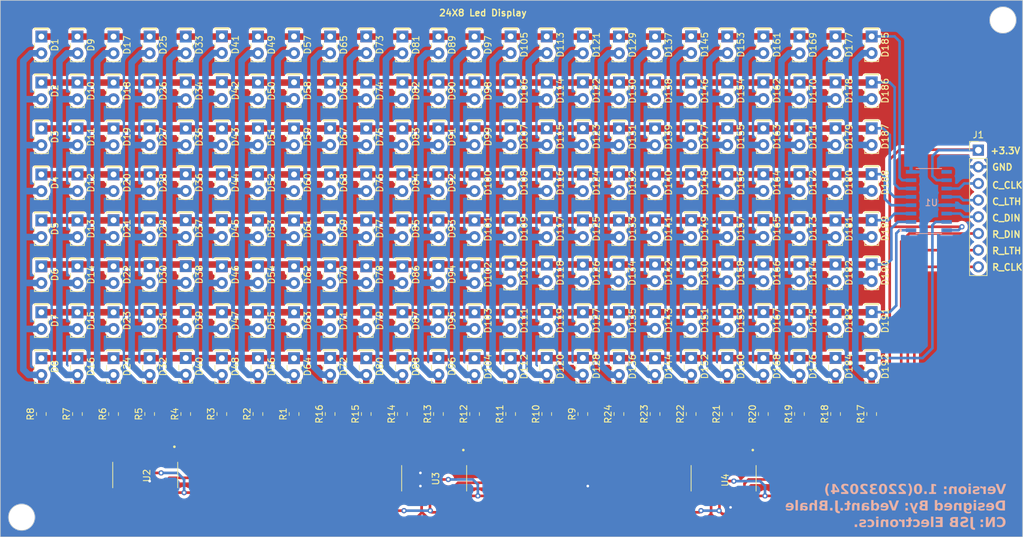
<source format=kicad_pcb>
(kicad_pcb (version 20221018) (generator pcbnew)
  (layers (0 "F.Cu" signal) (31 "B.Cu" signal) (34 "B.Paste" user) (35 "F.Paste" user) (36 "B.SilkS" user "B.Silkscreen") (37 "F.SilkS" user "F.Silkscreen") (38 "B.Mask" user) (39 "F.Mask" user) (44 "Edge.Cuts" user))
  (net 0 "")
  (net 1 "/Row1")
  (net 2 "/Col1")
  (net 3 "/Row2")
  (net 4 "/Row3")
  (net 5 "/Row4")
  (net 6 "/Row5")
  (net 7 "/Row6")
  (net 8 "/Row7")
  (net 9 "/Row8")
  (net 10 "/Col2")
  (net 11 "/Col3")
  (net 12 "/Col4")
  (net 13 "/Col5")
  (net 14 "/Col6")
  (net 15 "/Col7")
  (net 16 "/Col8")
  (net 17 "/Col9")
  (net 18 "/Col10")
  (net 19 "/Col11")
  (net 20 "/Col12")
  (net 21 "/Col13")
  (net 22 "/Col14")
  (net 23 "/Col15")
  (net 24 "/Col16")
  (net 25 "/Col17")
  (net 26 "/Col18")
  (net 27 "/Col19")
  (net 28 "/Col20")
  (net 29 "/Col21")
  (net 30 "/Col22")
  (net 31 "/Col23")
  (net 32 "/Col24")
  (net 33 "+5V")
  (net 34 "GND")
  (net 35 "/C_din")
  (net 36 "/C_clk")
  (net 37 "/C_latch")
  (net 38 "/R_din")
  (net 39 "/R_clk")
  (net 40 "/R_latch")
  (net 41 "Net-(U2-QA)")
  (net 42 "Net-(U2-QB)")
  (net 43 "Net-(U2-QC)")
  (net 44 "Net-(U2-QD)")
  (net 45 "Net-(U2-QE)")
  (net 46 "Net-(U2-QF)")
  (net 47 "Net-(U2-QG)")
  (net 48 "Net-(U2-QH)")
  (net 49 "Net-(U3-QA)")
  (net 50 "Net-(U3-QB)")
  (net 51 "Net-(U3-QC)")
  (net 52 "Net-(U3-QD)")
  (net 53 "Net-(U3-QE)")
  (net 54 "Net-(U3-QF)")
  (net 55 "Net-(U3-QG)")
  (net 56 "Net-(U3-QH)")
  (net 57 "Net-(U4-QA)")
  (net 58 "Net-(U4-QB)")
  (net 59 "Net-(U4-QC)")
  (net 60 "Net-(U4-QD)")
  (net 61 "Net-(U4-QE)")
  (net 62 "Net-(U4-QF)")
  (net 63 "Net-(U4-QG)")
  (net 64 "Net-(U4-QH)")
  (net 67 "/QH'2")
  (net 68 "/QH'1")
  (footprint "LED_THT:LED_Rectangular_W5.0mm_H2.0mm" (layer "F.Cu") (at 99.25 77.775 -90)
    (fp_text reference "D29")
    (fp_text value "LED")
  )
  (footprint "LED_THT:LED_Rectangular_W5.0mm_H2.0mm" (layer "F.Cu") (at 93.75 91.775 -90)
    (fp_text reference "D23")
    (fp_text value "LED")
  )
  (footprint "Resistor_SMD:R_0805_2012Metric_Pad1.20x1.40mm_HandSolder" (layer "F.Cu") (at 192.75 107.275 90)
    (fp_text reference "R20")
    (fp_text value "100E")
  )
  (footprint "LED_THT:LED_Rectangular_W5.0mm_H2.0mm" (layer "F.Cu") (at 176.25 98.775 -90)
    (fp_text reference "D144")
    (fp_text value "LED")
  )
  (footprint "LED_THT:LED_Rectangular_W5.0mm_H2.0mm" (layer "F.Cu") (at 82.75 56.775 -90)
    (fp_text reference "D2")
    (fp_text value "LED")
  )
  (footprint "Resistor_SMD:R_0805_2012Metric_Pad1.20x1.40mm_HandSolder" (layer "F.Cu") (at 126.75 107.275 90)
    (fp_text reference "R16")
    (fp_text value "100E")
  )
  (footprint "74HC595D:SOP127P600X175-16N" (layer "F.Cu") (at 186.695 117.065 -90)
    (fp_text reference "U4")
    (fp_text value "74HC595-COL1")
  )
  (footprint "LED_THT:LED_Rectangular_W5.0mm_H2.0mm" (layer "F.Cu") (at 187.25 70.75 -90)
    (fp_text reference "D156")
    (fp_text value "LED")
  )
  (footprint "LED_THT:LED_Rectangular_W5.0mm_H2.0mm" (layer "F.Cu") (at 176.25 84.5 -90)
    (fp_text reference "D142")
    (fp_text value "LED")
  )
  (footprint "LED_THT:LED_Rectangular_W5.0mm_H2.0mm" (layer "F.Cu") (at 137.75 84.775 -90)
    (fp_text reference "D86")
    (fp_text value "LED")
  )
  (footprint "LED_THT:LED_Rectangular_W5.0mm_H2.0mm" (layer "F.Cu") (at 159.75 70.75 -90)
    (fp_text reference "D116")
    (fp_text value "LED")
  )
  (footprint "LED_THT:LED_Rectangular_W5.0mm_H2.0mm" (layer "F.Cu") (at 88.25 91.775 -90)
    (fp_text reference "D15")
    (fp_text value "LED")
  )
  (footprint "LED_THT:LED_Rectangular_W5.0mm_H2.0mm" (layer "F.Cu") (at 176.25 77.775 -90)
    (fp_text reference "D141")
    (fp_text value "LED")
  )
  (footprint "LED_THT:LED_Rectangular_W5.0mm_H2.0mm" (layer "F.Cu") (at 82.75 77.775 -90)
    (fp_text reference "D5")
    (fp_text value "LED")
  )
  (footprint "LED_THT:LED_Rectangular_W5.0mm_H2.0mm" (layer "F.Cu") (at 104.75 98.75 -90)
    (fp_text reference "D40")
    (fp_text value "LED")
  )
  (footprint "Resistor_SMD:R_0805_2012Metric_Pad1.20x1.40mm_HandSolder" (layer "F.Cu") (at 132.25 107.275 90)
    (fp_text reference "R15")
    (fp_text value "100E")
  )
  (footprint "LED_THT:LED_Rectangular_W5.0mm_H2.0mm" (layer "F.Cu") (at 187.25 49.75 -90)
    (fp_text reference "D153")
    (fp_text value "LED")
  )
  (footprint "LED_THT:LED_Rectangular_W5.0mm_H2.0mm" (layer "F.Cu") (at 88.25 70.775 -90)
    (fp_text reference "D12")
    (fp_text value "LED")
  )
  (footprint "LED_THT:LED_Rectangular_W5.0mm_H2.0mm" (layer "F.Cu") (at 115.75 49.775 -90)
    (fp_text reference "D49")
    (fp_text value "LED")
  )
  (footprint "LED_THT:LED_Rectangular_W5.0mm_H2.0mm" (layer "F.Cu") (at 203.75 63.75 -90)
    (fp_text reference "D179")
    (fp_text value "LED")
  )
  (footprint "LED_THT:LED_Rectangular_W5.0mm_H2.0mm" (layer "F.Cu") (at 82.75 63.775 -90)
    (fp_text reference "D3")
    (fp_text value "LED")
  )
  (footprint "LED_THT:LED_Rectangular_W5.0mm_H2.0mm" (layer "F.Cu") (at 159.75 84.5 -90)
    (fp_text reference "D118")
    (fp_text value "LED")
  )
  (footprint "LED_THT:LED_Rectangular_W5.0mm_H2.0mm" (layer "F.Cu") (at 143.25 77.775 -90)
    (fp_text reference "D93")
    (fp_text value "LED")
  )
  (footprint "Resistor_SMD:R_0805_2012Metric_Pad1.20x1.40mm_HandSolder" (layer "F.Cu") (at 143.25 107.275 90)
    (fp_text reference "R13")
    (fp_text value "100E")
  )
  (footprint "LED_THT:LED_Rectangular_W5.0mm_H2.0mm" (layer "F.Cu") (at 154.25 98.775 -90)
    (fp_text reference "D112")
    (fp_text value "LED")
  )
  (footprint "LED_THT:LED_Rectangular_W5.0mm_H2.0mm" (layer "F.Cu") (at 110.25 70.775 -90)
    (fp_text reference "D44")
    (fp_text value "LED")
  )
  (footprint "Resistor_SMD:R_0805_2012Metric_Pad1.20x1.40mm_HandSolder" (layer "F.Cu") (at 93.75 107.275 90)
    (fp_text reference "R6")
    (fp_text value "100E")
  )
  (footprint "LED_THT:LED_Rectangular_W5.0mm_H2.0mm" (layer "F.Cu") (at 170.75 77.775 -90)
    (fp_text reference "D133")
    (fp_text value "LED")
  )
  (footprint "LED_THT:LED_Rectangular_W5.0mm_H2.0mm" (layer "F.Cu") (at 104.75 91.75 -90)
    (fp_text reference "D39")
    (fp_text value "LED")
  )
  (footprint "LED_THT:LED_Rectangular_W5.0mm_H2.0mm" (layer "F.Cu") (at 170.75 63.775 -90)
    (fp_text reference "D131")
    (fp_text value "LED")
  )
  (footprint "LED_THT:LED_Rectangular_W5.0mm_H2.0mm" (layer "F.Cu") (at 203.75 49.75 -90)
    (fp_text reference "D177")
    (fp_text value "LED")
  )
  (footprint "LED_THT:LED_Rectangular_W5.0mm_H2.0mm" (layer "F.Cu") (at 198.25 77.75 -90)
    (fp_text reference "D173")
    (fp_text value "LED")
  )
  (footprint "LED_THT:LED_Rectangular_W5.0mm_H2.0mm" (layer "F.Cu") (at 198.25 91.75 -90)
    (fp_text reference "D175")
    (fp_text value "LED")
  )
  (footprint "LED_THT:LED_Rectangular_W5.0mm_H2.0mm" (layer "F.Cu") (at 198.25 56.775 -90)
    (fp_text reference "D170")
    (fp_text value "LED")
  )
  (footprint "LED_THT:LED_Rectangular_W5.0mm_H2.0mm" (layer "F.Cu") (at 104.75 70.75 -90)
    (fp_text reference "D36")
    (fp_text value "LED")
  )
  (footprint "Resistor_SMD:R_0805_2012Metric_Pad1.20x1.40mm_HandSolder" (layer "F.Cu") (at 99.25 107.275 90)
    (fp_text reference "R5")
    (fp_text value "100E")
  )
  (footprint "LED_THT:LED_Rectangular_W5.0mm_H2.0mm" (layer "F.Cu") (at 187.25 91.75 -90)
    (fp_text reference "D159")
    (fp_text value "LED")
  )
  (footprint "LED_THT:LED_Rectangular_W5.0mm_H2.0mm" (layer "F.Cu") (at 88.25 49.775 -90)
    (fp_text reference "D9")
    (fp_text value "LED")
  )
  (footprint "LED_THT:LED_Rectangular_W5.0mm_H2.0mm" (layer "F.Cu") (at 170.7 84.535 -90)
    (fp_text reference "D134")
    (fp_text value "LED")
  )
  (footprint "LED_THT:LED_Rectangular_W5.0mm_H2.0mm" (layer "F.Cu") (at 187.25 84.5 -90)
    (fp_text reference "D158")
    (fp_text value "LED")
  )
  (footprint "LED_THT:LED_Rectangular_W5.0mm_H2.0mm" (layer "F.Cu") (at 148.75 70.775 -90)
    (fp_text reference "D100")
    (fp_text value "LED")
  )
  (footprint "LED_THT:LED_Rectangular_W5.0mm_H2.0mm" (layer "F.Cu") (at 165.25 84.525 -90)
    (fp_text reference "D126")
    (fp_text value "LED")
  )
  (footprint "LED_THT:LED_Rectangular_W5.0mm_H2.0mm" (layer "F.Cu") (at 110.25 84.775 -90)
    (fp_text reference "D46")
    (fp_text value "LED")
  )
  (footprint "Resistor_SMD:R_0805_2012Metric_Pad1.20x1.40mm_HandSolder" (layer "F.Cu") (at 176.25 107.275 90)
    (fp_text reference "R23")
    (fp_text value "100E")
  )
  (footprint "LED_THT:LED_Rectangular_W5.0mm_H2.0mm" (layer "F.Cu") (at 121.25 56.735 -90)
    (fp_text reference "D58")
    (fp_text value "LED")
  )
  (footprint "LED_THT:LED_Rectangular_W5.0mm_H2.0mm" (layer "F.Cu") (at 154.25 63.775 -90)
    (fp_text reference "D107")
    (fp_text value "LED")
  )
  (footprint "LED_THT:LED_Rectangular_W5.0mm_H2.0mm" (layer "F.Cu") (at 99.25 91.735 -90)
    (fp_text reference "D31")
    (fp_text value "LED")
  )
  (footprint "LED_THT:LED_Rectangular_W5.0mm_H2.0mm" (layer "F.Cu") (at 209.25 91.75 -90)
    (fp_text reference "D191")
    (fp_text value "LED")
  )
  (footprint "LED_THT:LED_Rectangular_W5.0mm_H2.0mm" (layer "F.Cu") (at 126.75 70.775 -90)
    (fp_text reference "D68")
    (fp_text value "LED")
  )
  (footprint "LED_THT:LED_Rectangular_W5.0mm_H2.0mm" (layer "F.Cu") (at 165.25 49.775 -90)
    (fp_text reference "D121")
    (fp_text value "LED")
  )
  (footprint "LED_THT:LED_Rectangular_W5.0mm_H2.0mm" (layer "F.Cu") (at 170.75 70.775 -90)
    (fp_text reference "D132")
    (fp_text value "LED")
  )
  (footprint "LED_THT:LED_Rectangular_W5.0mm_H2.0mm" (layer "F.Cu") (at 170.75 91.775 -90)
    (fp_text reference "D135")
    (fp_text value "LED")
  )
  (footprint "Resistor_SMD:R_0805_2012Metric_Pad1.20x1.40mm_HandSolder" (layer "F.Cu") (at 187.25 107.275 90)
    (fp_text reference "R21")
    (fp_text value "100E")
  )
  (footprint "LED_THT:LED_Rectangular_W5.0mm_H2.0mm" (layer "F.Cu") (at 121.25 98.775 -90)
    (fp_text reference "D64")
    (fp_text value "LED")
  )
  (footprint "LED_THT:LED_Rectangular_W5.0mm_H2.0mm" (layer "F.Cu") (at 121.25 70.775 -90)
    (fp_text reference "D60")
    (fp_text value "LED")
  )
  (footprint "LED_THT:LED_Rectangular_W5.0mm_H2.0mm" (layer "F.Cu") (at 104.75 49.775 -90)
    (fp_text reference "D33")
    (fp_text value "LED")
  )
  (footprint "LED_THT:LED_Rectangular_W5.0mm_H2.0mm" (layer "F.Cu") (at 143.25 84.735 -90)
    (fp_text reference "D94")
    (fp_text value "LED")
  )
  (footprint "LED_THT:LED_Rectangular_W5.0mm_H2.0mm" (layer "F.Cu") (at 93.75 49.775 -90)
    (fp_text reference "D17")
    (fp_text value "LED")
  )
  (footprint "LED_THT:LED_Rectangular_W5.0mm_H2.0mm" (layer "F.Cu") (at 110.25 98.775 -90)
    (fp_text reference "D48")
    (fp_text value "LED")
  )
  (footprint "LED_THT:LED_Rectangular_W5.0mm_H2.0mm" (layer "F.Cu") (at 126.75 91.775 -90)
    (fp_text reference "D71")
    (fp_text value "LED")
  )
  (footprint "LED_THT:LED_Rectangular_W5.0mm_H2.0mm" (layer "F.Cu") (at 82.75 84.775 -90)
    (fp_text reference "D6")
    (fp_text value "LED")
  )
  (footprint "LED_THT:LED_Rectangular_W5.0mm_H2.0mm" (layer "F.Cu") (at 126.75 98.75 -90)
    (fp_text reference "D72")
    (fp_text value "LED")
  )
  (footprint "LED_THT:LED_Rectangular_W5.0mm_H2.0mm" (layer "F.Cu") (at 165.25 56.75 -90)
    (fp_text reference "D122")
    (fp_text value "LED")
  )
  (footprint "LED_THT:LED_Rectangular_W5.0mm_H2.0mm" (layer "F.Cu") (at 110.25 91.775 -90)
    (fp_text reference "D47")
    (fp_text value "LED")
  )
  (footprint "LED_THT:LED_Rectangular_W5.0mm_H2.0mm" (layer "F.Cu") (at 181.75 91.75 -90)
    (fp_text reference "D151")
    (fp_text value "LED")
  )
  (footprint "LED_THT:LED_Rectangular_W5.0mm_H2.0mm" (layer "F.Cu") (at 132.25 56.775 -90)
    (fp_text reference "D74")
    (fp_text value "LED")
  )
  (footprint "LED_THT:LED_Rectangular_W5.0mm_H2.0mm" (layer "F.Cu") (at 148.75 56.775 -90)
    (fp_text reference "D98")
    (fp_text value "LED")
  )
  (footprint "LED_THT:LED_Rectangular_W5.0mm_H2.0mm" (layer "F.Cu") (at 93.75 98.775 -90)
    (fp_text reference "D24")
    (fp_text value "LED")
  )
  (footprint "LED_THT:LED_Rectangular_W5.0mm_H2.0mm" (layer "F.Cu") (at 115.75 63.775 -90)
    (fp_text reference "D51")
    (fp_text value "LED")
  )
  (footprint "LED_THT:LED_Rectangular_W5.0mm_H2.0mm" (layer "F.Cu") (at 110.25 56.735 -90)
    (fp_text reference "D42")
    (fp_text value "LED")
  )
  (footprint "LED_THT:LED_Rectangular_W5.0mm_H2.0mm" (layer "F.Cu") (at 137.75 77.775 -90)
    (fp_text reference "D85")
    (fp_text value "LED")
  )
  (footprint "LED_THT:LED_Rectangular_W5.0mm_H2.0mm" (layer "F.Cu") (at 137.75 70.775 -90)
    (fp_text reference "D84")
    (fp_text value "LED")
  )
  (footprint "LED_THT:LED_Rectangular_W5.0mm_H2.0mm" (layer "F.Cu") (at 137.75 49.775 -90)
    (fp_text reference "D81")
    (fp_text value "LED")
  )
  (footprint "Resistor_SMD:R_0805_2012Metric_Pad1.20x1.40mm_HandSolder" (layer "F.Cu") (at 148.75 107.275 90)
    (fp_text reference "R12")
    (fp_text value "100E")
  )
  (footprint "LED_THT:LED_Rectangular_W5.0mm_H2.0mm" (layer "F.Cu") (at 104.75 63.775 -90)
    (fp_text reference "D35")
    (fp_text value "LED")
  )
  (footprint "LED_THT:LED_Rectangular_W5.0mm_H2.0mm" (layer "F.Cu") (at 203.75 70.75 -90)
    (fp_text reference "D180")
    (fp_text value "LED")
  )
  (footprint "LED_THT:LED_Rectangular_W5.0mm_H2.0mm" (layer "F.Cu") (at 203.75 98.735 -90)
    (fp_text reference "D184")
    (fp_text value "LED")
  )
  (footprint "Resistor_SMD:R_0805_2012Metric_Pad1.20x1.40mm_HandSolder" (layer "F.Cu") (at 170.75 107.275 90)
    (fp_text reference "R24")
    (fp_text value "100E")
  )
  (footprint "LED_THT:LED_Rectangular_W5.0mm_H2.0mm" (layer "F.Cu") (at 132.25 70.775 -90)
    (fp_text reference "D76")
    (fp_text value "LED")
  )
  (footprint "LED_THT:LED_Rectangular_W5.0mm_H2.0mm" (layer "F.Cu") (at 187.25 77.75 -90)
    (fp_text reference "D157")
    (fp_text value "LED")
  )
  (footprint "LED_THT:LED_Rectangular_W5.0mm_H2.0mm" (layer "F.Cu") (at 192.75 84.5 -90)
    (fp_text reference "D166")
    (fp_text value "LED")
  )
  (footprint "LED_THT:LED_Rectangular_W5.0mm_H2.0mm" (layer "F.Cu") (at 176.25 63.775 -90)
    (fp_text reference "D139")
    (fp_text value "LED")
  )
  (footprint "LED_THT:LED_Rectangular_W5.0mm_H2.0mm" (layer "F.Cu") (at 110.25 77.75 -90)
    (fp_text reference "D45")
    (fp_text value "LED")
  )
  (footprint "LED_THT:LED_Rectangular_W5.0mm_H2.0mm" (layer "F.Cu") (at 121.25 49.75 -90)
    (fp_text reference "D57")
    (fp_text value "LED")
  )
  (footprint "LED_THT:LED_Rectangular_W5.0mm_H2.0mm" (layer "F.Cu") (at 159.75 91.75 -90)
    (fp_text reference "D119")
    (fp_text value "LED")
  )
  (footprint "LED_THT:LED_Rectangular_W5.0mm_H2.0mm" (layer "F.Cu") (at 176.25 91.75 -90)
    (fp_text reference "D143")
    (fp_text value "LED")
  )
  (footprint "Resistor_SMD:R_0805_2012Metric_Pad1.20x1.40mm_HandSolder" (layer "F.Cu") (at 115.75 107.275 90)
    (fp_text reference "R2")
    (fp_text value "100E")
  )
  (footprint "LED_THT:LED_Rectangular_W5.0mm_H2.0mm" (layer "F.Cu") (at 121.25 77.775 -90)
    (fp_text reference "D61")
    (fp_text value "LED")
  )
  (footprint "LED_THT:LED_Rectangular_W5.0mm_H2.0mm" (layer "F.Cu") (at 82.75 98.775 -90)
    (fp_text reference "D8")
    (fp_text value "LED")
  )
  (footprint "LED_THT:LED_Rectangular_W5.0mm_H2.0mm" (layer "F.Cu") (at 170.75 98.775 -90)
    (fp_text reference "D136")
    (fp_text value "LED")
  )
  (footprint "LED_THT:LED_Rectangular_W5.0mm_H2.0mm" (layer "F.Cu") (at 181.75 84.5 -90)
    (fp_text reference "D150")
    (fp_text value "LED")
  )
  (footprint "LED_THT:LED_Rectangular_W5.0mm_H2.0mm" (layer "F.Cu") (at 132.25 63.775 -90)
    (fp_text reference "D75")
    (fp_text value "LED")
  )
  (footprint "LED_THT:LED_Rectangular_W5.0mm_H2.0mm" (layer "F.Cu") (at 143.25 63.775 -90)
    (fp_text reference "D91")
    (fp_text value "LED")
  )
  (footprint "LED_THT:LED_Rectangular_W5.0mm_H2.0mm" (layer "F.Cu") (at 209.25 49.75 -90)
    (fp_text reference "D185")
    (fp_text value "LED")
  )
  (footprint "LED_THT:LED_Rectangular_W5.0mm_H2.0mm" (layer "F.Cu") (at 187.25 56.75 -90)
    (fp_text reference "D154")
    (fp_text value "LED")
  )
  (footprint "LED_THT:LED_Rectangular_W5.0mm_H2.0mm" (layer "F.Cu") (at 115.75 98.775 -90)
    (fp_text reference "D56")
    (fp_text value "LED")
  )
  (footprint "LED_THT:LED_Rectangular_W5.0mm_H2.0mm" (layer "F.Cu") (at 93.75 70.775 -90)
    (fp_text reference "D20")
    (fp_text value "LED")
  )
  (footprint "Resistor_SMD:R_0805_2012Metric_Pad1.20x1.40mm_HandSolder" (layer "F.Cu") (at 82.75 107.275 90)
    (fp_text reference "R8")
    (fp_text value "100E")
  )
  (footprint "LED_THT:LED_Rectangular_W5.0mm_H2.0mm" (layer "F.Cu") (at 88.25 77.775 -90)
    (fp_text reference "D13")
    (fp_text value "LED")
  )
  (footprint "LED_THT:LED_Rectangular_W5.0mm_H2.0mm" (layer "F.Cu") (at 148.75 91.775 -90)
    (fp_text reference "D103")
    (fp_text value "LED")
  )
  (footprint "LED_THT:LED_Rectangular_W5.0mm_H2.0mm" (layer "F.Cu") (at 115.75 56.775 -90)
    (fp_text reference "D50")
    (fp_text value "LED")
  )
  (footprint "LED_THT:LED_Rectangular_W5.0mm_H2.0mm" (layer "F.Cu") (at 132.25 98.775 -90)
    (fp_text reference "D80")
    (fp_text value "LED")
  )
  (footprint "LED_THT:LED_Rectangular_W5.0mm_H2.0mm" (layer "F.Cu") (at 148.75 98.775 -90)
    (fp_text reference "D104")
    (fp_text value "LED")
  )
  (footprint "LED_THT:LED_Rectangular_W5.0mm_H2.0mm" (layer "F.Cu") (at 148.75 77.775 -90)
    (fp_text reference "D101")
    (fp_text value "LED")
  )
  (footprint "LED_THT:LED_Rectangular_W5.0mm_H2.0mm" (layer "F.Cu") (at 165.25 77.775 -90)
    (fp_text reference "D125")
    (fp_text value "LED")
  )
  (footprint "LED_THT:LED_Rectangular_W5.0mm_H2.0mm" (layer "F.Cu") (at 137.75 56.775 -90)
    (fp_text reference "D82")
    (fp_text value "LED")
  )
  (footprint "LED_THT:LED_Rectangular_W5.0mm_H2.0mm" (layer "F.Cu") (at 154.25 91.775 -90)
    (fp_text reference "D111")
    (fp_text value "LED")
  )
  (footprint "LED_THT:LED_Rectangular_W5.0mm_H2.0mm" (layer "F.Cu") (at 82.75 70.775 -90)
    (fp_text reference "D4")
    (fp_text value "LED")
  )
  (footprint "LED_THT:LED_Rectangular_W5.0mm_H2.0mm" (layer "F.Cu") (at 203.75 56.75 -90)
    (fp_text reference "D178")
    (fp_text value "LED")
  )
  (footprint "LED_THT:LED_Rectangular_W5.0mm_H2.0mm" (layer "F.Cu") (at 93.75 77.75 -90)
    (fp_text reference "D21")
    (fp_text value "LED")
  )
  (footprint "LED_THT:LED_Rectangular_W5.0mm_H2.0mm" (layer "F.Cu") (at 165.25 63.735 -90)
    (fp_text reference "D123")
    (fp_text value "LED")
  )
  (footprint "LED_THT:LED_Rectangular_W5.0mm_H2.0mm" (layer "F.Cu") (at 115.75 70.775 -90)
    (fp_text reference "D52")
    (fp_text value "LED")
  )
  (footprint "LED_THT:LED_Rectangular_W5.0mm_H2.0mm" (layer "F.Cu") (at 110.25 49.735 -90)
    (fp_text reference "D41")
    (fp_text value "LED")
  )
  (footprint "LED_THT:LED_Rectangular_W5.0mm_H2.0mm" (layer "F.Cu") (at 154.25 77.775 -90)
    (fp_text reference "D109")
    (fp_text value "LED")
  )
  (footprint "LED_THT:LED_Rectangular_W5.0mm_H2.0mm" (layer "F.Cu") (at 181.75 98.75 -90)
    (fp_text reference "D152")
    (fp_text value "LED")
  )
  (footprint "LED_THT:LED_Rectangular_W5.0mm_H2.0mm" (layer "F.Cu") (at 209.25 84.5 -90)
    (fp_text reference "D190")
    (fp_text value "LED")
  )
  (footprint "LED_THT:LED_Rectangular_W5.0mm_H2.0mm" (layer "F.Cu") (at 99.25 56.775 -90)
    (fp_text reference "D26")
    (fp_text value "LED")
  )
  (footprint "LED_THT:LED_Rectangular_W5.0mm_H2.0mm" (layer "F.Cu") (at 181.75 49.735 -90)
    (fp_text reference "D145")
    (fp_text value "LED")
  )
  (footprint "LED_THT:LED_Rectangular_W5.0mm_H2.0mm" (layer "F.Cu") (at 148.75 63.75 -90)
    (fp_text reference "D99")
    (fp_text value "LED")
  )
  (footprint "LED_THT:LED_Rectangular_W5.0mm_H2.0mm" (layer "F.Cu") (at 209.25 56.75 -90)
    (fp_text reference "D186")
    (fp_text value "LED")
  )
  (footprint "LED_THT:LED_Rectangular_W5.0mm_H2.0mm" (layer "F.Cu") (at 209.25 98.75 -90)
    (fp_text reference "D192")
    (fp_text value "LED")
  )
  (footprint "74HC595D:SOP127P600X175-16N" (layer "F.Cu") (at 142.595 117.065 -90)
    (fp_text reference "U3")
    (fp_text value "74HC595-COL2")
  )
  (footprint "LED_THT:LED_Rectangular_W5.0mm_H2.0mm" (layer "F.Cu") (at 126.75 84.775 -90)
    (fp_text reference "D70")
    (fp_text value "LED")
  )
  (footprint "LED_THT:LED_Rectangular_W5.0mm_H2.0mm" (layer "F.Cu") (at 88.25 56.775 -90)
    (fp_text reference "D10")
    (fp_text value "LED")
  )
  (footprint "LED_THT:LED_Rectangular_W5.0mm_H2.0mm" (layer "F.Cu") (at 126.75 56.775 -90)
    (fp_text reference "D66")
    (fp_text value "LED")
  )
  (footprint "LED_THT:LED_Rectangular_W5.0mm_H2.0mm" (layer "F.Cu") (at 159.75 63.75 -90)
    (fp_text reference "D115")
    (fp_text value "LED")
  )
  (footprint "Resistor_SMD:R_0805_2012Metric_Pad1.20x1.40mm_HandSolder" (layer "F.Cu") (at 209.25 107.275 90)
    (fp_text reference "R17")
    (fp_text value "100E")
  )
  (footprint "LED_THT:LED_Rectangular_W5.0mm_H2.0mm" (layer "F.Cu") (at 93.75 56.775 -90)
    (fp_text reference "D18")
    (fp_text value "LED")
  )
  (footprint "Resistor_SMD:R_0805_2012Metric_Pad1.20x1.40mm_HandSolder" (layer "F.Cu") (at 110.25 107.275 90)
    (fp_text reference "R3")
    (fp_text value "100E")
  )
  (footprint "LED_THT:LED_Rectangular_W5.0mm_H2.0mm" (layer "F.Cu") (at 209.25 77.75 -90)
    (fp_text reference "D189")
    (fp_text value "LED")
  )
  (footprint "LED_THT:LED_Rectangular_W5.0mm_H2.0mm" (layer "F.Cu") (at 132.25 84.775 -90)
    (fp_text reference "D78")
    (fp_text value "LED")
  )
  (footprint "LED_THT:LED_Rectangular_W5.0mm_H2.0mm" (layer "F.Cu") (at 88.25 63.775 -90)
    (fp_text reference "D11")
    (fp_text value "LED")
  )
  (footprint "LED_THT:LED_Rectangular_W5.0mm_H2.0mm" (layer "F.Cu") (at 99.25 70.775 -90)
    (fp_text reference "D28")
    (fp_text value "LED")
  )
  (footprint "LED_THT:LED_Rectangular_W5.0mm_H2.0mm" (layer "F.Cu") (at 203.75 91.75 -90)
    (fp_text reference "D183")
    (fp_text value "LED")
  )
  (footprint "LED_THT:LED_Rectangular_W5.0mm_H2.0mm" (layer "F.Cu") (at 170.75 49.775 -90)
    (fp_text reference "D129")
    (fp_text value "LED")
  )
  (footprint "LED_THT:LED_Rectangular_W5.0mm_H2.0mm" (layer "F.Cu") (at 93.75 63.775 -90)
    (fp_text reference "D19")
    (fp_text value "LED")
  )
  (footprint "LED_THT:LED_Rectangular_W5.0mm_H2.0mm" (layer "F.Cu") (at 143.25 91.775 -90)
    (fp_text reference "D95")
    (fp_text value "LED")
  )
  (footprint "LED_THT:LED_Rectangular_W5.0mm_H2.0mm" (layer "F.Cu") (at 192.75 63.75 -90)
    (fp_text reference "D163")
    (fp_text value "LED")
  )
  (footprint "LED_THT:LED_Rectangular_W5.0mm_H2.0mm" (layer "F.Cu") (at 126.75 63.75 -90)
    (fp_text reference "D67")
    (fp_text value "LED")
  )
  (footprint "LED_THT:LED_Rectangular_W5.0mm_H2.0mm" (layer "F.Cu") (at 143.25 49.775 -90)
    (fp_text reference "D89")
    (fp_text value "LED")
  )
  (footprint "LED_THT:LED_Rectangular_W5.0mm_H2.0mm" (layer "F.Cu") (at 143.25 98.735 -90)
    (fp_text reference "D96")
    (fp_text value "LED")
  )
  (footprint "Resistor_SMD:R_0805_2012Metric_Pad1.20x1.40mm_HandSolder" (layer "F.Cu") (at 154.25 107.275 90)
    (fp_text reference "R11")
    (fp_text value "100E")
  )
  (footprint "LED_THT:LED_Rectangular_W5.0mm_H2.0mm" (layer "F.Cu") (at 104.75 84.75 -90)
    (fp_text reference "D38")
    (fp_text value "LED")
  )
  (footprint "LED_THT:LED_Rectangular_W5.0mm_H2.0mm" (layer "F.Cu") (at 181.75 77.75 -90)
    (fp_text reference "D149")
    (fp_text value "LED")
  )
  (footprint "LED_THT:LED_Rectangular_W5.0mm_H2.0mm" (layer "F.Cu") (at 121.25 63.775 -90)
    (fp_text reference "D59")
    (fp_text value "LED")
  )
  (footprint "Resistor_SMD:R_0805_2012Metric_Pad1.20x1.40mm_HandSolder" (layer "F.Cu") (at 104.75 107.275 90)
    (fp_text reference "R4")
    (fp_text value "100E")
  )
  (footprint "LED_THT:LED_Rectangular_W5.0mm_H2.0mm" (layer "F.Cu") (at 110.25 63.775 -90)
    (fp_text reference "D43")
    (fp_text value "LED")
  )
  (footprint "LED_THT:LED_Rectangular_W5.0mm_H2.0mm" (layer "F.Cu") (at 176.25 49.775 -90)
    (fp_text reference "D137")
    (fp_text value "LED")
  )
  (footprint "LED_THT:LED_Rectangular_W5.0mm_H2.0mm" (layer "F.Cu") (at 104.75 56.775 -90)
    (fp_text reference "D34")
    (fp_text value "LED")
  )
  (footprint "LED_THT:LED_Rectangular_W5.0mm_H2.0mm" (layer "F.Cu") (at 181.75 63.775 -90)
    (fp_text reference "D147")
    (fp_text value "LED")
  )
  (footprint "LED_THT:LED_Rectangular_W5.0mm_H2.0mm" (layer "F.Cu") (at 192.75 91.75 -90)
    (fp_text reference "D167")
    (fp_text value "LED")
  )
  (footprint "74HC595D:SOP127P600X175-16N" (layer "F.Cu") (at 98.575 116.565 -90)
    (fp_text reference "U2")
    (fp_text value "74HC595-COL3")
  )
  (footprint "Resistor_SMD:R_0805_2012Metric_Pad1.20x1.40mm_HandSolder" (layer "F.Cu") (at 181.75 107.275 90)
    (fp_text reference "R22")
    (fp_text value "100E")
  )
  (footprint "LED_THT:LED_Rectangular_W5.0mm_H2.0mm" (layer "F.Cu") (at 115.75 84.775 -90)
    (fp_text reference "D54")
    (fp_text value "LED")
  )
  (footprint "LED_THT:LED_Rectangular_W5.0mm_H2.0mm" (layer "F.Cu") (at 209.25 70.735 -90)
    (fp_text reference "D188")
    (fp_text value "LED")
  )
  (footprint "LED_THT:LED_Rectangular_W5.0mm_H2.0mm" (layer "F.Cu") (at 192.75 49.75 -90)
    (fp_text reference "D161")
    (fp_text value "LED")
  )
  (footprint "LED_THT:LED_Rectangular_W5.0mm_H2.0mm" (layer "F.Cu") (at 148.75 84.775 -90)
    (fp_text reference "D102")
    (fp_text value "LED")
  )
  (footprint "Resistor_SMD:R_0805_2012Metric_Pad1.20x1.40mm_HandSolder" (layer "F.Cu") (at 121.25 107.275 90)
    (fp_text reference "R1")
    (fp_text value "100E")
  )
  (footprint "Resistor_SMD:R_0805_2012Metric_Pad1.20x1.40mm_HandSolder" (layer "F.Cu") (at 203.75 107.275 90)
    (fp_text reference "R18")
    (fp_text value "100E")
  )
  (footprint "LED_THT:LED_Rectangular_W5.0mm_H2.0mm" (layer "F.Cu") (at 104.75 77.75 -90)
    (fp_text reference "D37")
    (fp_text value "LED")
  )
  (footprint "LED_THT:LED_Rectangular_W5.0mm_H2.0mm" (layer "F.Cu") (at 203.75 77.775 -90)
    (fp_text reference "D181")
    (fp_text value "LED")
  )
  (footprint "LED_THT:LED_Rectangular_W5.0mm_H2.0mm" (layer "F.Cu") (at 93.75 84.775 -90)
    (fp_text reference "D22")
    (fp_text value "LED")
  )
  (footprint "LED_THT:LED_Rectangular_W5.0mm_H2.0mm" (layer "F.Cu") (at 165.25 98.735 -90)
    (fp_text reference "D128")
    (fp_text value "LED")
  )
  (footprint "LED_THT:LED_Rectangular_W5.0mm_H2.0mm" (layer "F.Cu") (at 88.25 98.775 -90)
    (fp_text reference "D16")
    (fp_text value "LED")
  )
  (footprint "LED_THT:LED_Rectangular_W5.0mm_H2.0mm" (layer "F.Cu") (at 187.25 63.75 -90)
    (fp_text reference "D155")
    (fp_text value "LED")
  )
  (footprint "LED_THT:LED_Rectangular_W5.0mm_H2.0mm" (layer "F.Cu") (at 198.25 49.775 -90)
    (fp_text reference "D169")
    (fp_text value "LED")
  )
  (footprint "Connector_PinHeader_2.54mm:PinHeader_1x08_P2.54mm_Vertical" (layer "F.Cu") (at 225.5 67.075)
    (fp_text reference "J1")
    (fp_text value "Controller-Inputs")
  )
  (footprint "Resistor_SMD:R_0805_2012Metric_Pad1.20x1.40mm_HandSolder" (layer "F.Cu") (at 159.75 107.275 90)
    (fp_text reference "R10")
    (fp_text value "100E")
  )
  (footprint "LED_THT:LED_Rectangular_W5.0mm_H2.0mm" (layer "F.Cu") (at 198.25 98.75 -90)
    (fp_text reference "D176")
    (fp_text value "LED")
  )
  (footprint "LED_THT:LED_Rectangular_W5.0mm_H2.0mm" (layer "F.Cu") (at 115.75 91.775 -90)
    (fp_text reference "D55")
    (fp_text value "LED")
  )
  (footprint "LED_THT:LED_Rectangular_W5.0mm_H2.0mm" (layer "F.Cu") (at 209.25 63.75 -90)
    (fp_text reference "D187")
    (fp_text value "LED")
  )
  (footprint "Resistor_SMD:R_0805_2012Metric_Pad1.20x1.40mm_HandSolder" (layer "F.Cu") (at 198.25 107.275 90)
    (fp_text reference "R19")
    (fp_text value "100E")
  )
  (footprint "LED_THT:LED_Rectangular_W5.0mm_H2.0mm" (layer "F.Cu") (at 99.25 98.775 -90)
    (fp_text reference "D32")
    (fp_text value "LED")
  )
  (footprint "Resistor_SMD:R_0805_2012Metric_Pad1.20x1.40mm_HandSolder" (layer "F.Cu") (at 88.25 107.275 90)
    (fp_text reference "R7")
    (fp_text value "100E")
  )
  (footprint "LED_THT:LED_Rectangular_W5.0mm_H2.0mm" (layer "F.Cu") (at 181.75 70.75 -90)
    (fp_text reference "D148")
    (fp_text value "LED")
  )
  (footprint "LED_THT:LED_Rectangular_W5.0mm_H2.0mm" (layer "F.Cu") (at 115.75 77.775 -90)
    (fp_text reference "D53")
    (fp_text value "LED")
  )
  (footprint "LED_THT:LED_Rectangular_W5.0mm_H2.0mm" (layer "F.Cu") (at 143.25 70.775 -90)
    (fp_text reference "D92")
    (fp_text value "LED")
  )
  (footprint "LED_THT:LED_Rectangular_W5.0mm_H2.0mm" (layer "F.Cu") (at 187.25 98.75 -90)
    (fp_text reference "D160")
    (fp_text value "LED")
  )
  (footprint "LED_THT:LED_Rectangular_W5.0mm_H2.0mm" (layer "F.Cu") (at 203.75 84.5 -90)
    (fp_text reference "D182")
    (fp_text value "LED")
  )
  (footprint "LED_THT:LED_Rectangular_W5.0mm_H2.0mm" (layer "F.Cu") (at 154.25 70.775 -90)
    (fp_text reference "D108")
    (fp_text value "LED")
  )
  (footprint "LED_THT:LED_Rectangular_W5.0mm_H2.0mm" (layer "F.Cu") (at 154.25 49.75 -90)
    (fp_text reference "D105")
    (fp_text value "LED")
  )
  (footprint "LED_THT:LED_Rectangular_W5.0mm_H2.0mm" (layer "F.Cu") (at 159.75 49.75 -90)
    (fp_text reference "D113")
    (fp_text value "LED")
  )
  (footprint "LED_THT:LED_Rectangular_W5.0mm_H2.0mm" (layer "F.Cu") (at 137.75 98.775 -90)
    (fp_text reference "D88")
    (fp_text value "LED")
  )
  (footprint "LED_THT:LED_Rectangular_W5.0mm_H2.0mm" (layer "F.Cu") (at 159.75 56.775 -90)
    (fp_text reference "D114")
    (fp_text value "LED")
  )
  (footprint "LED_THT:LED_Rectangular_W5.0mm_H2.0mm" (layer "F.Cu") (at 121.25 84.775 -90)
    (fp_text reference "D62")
    (fp_text value "LED")
  )
  (footprint "LED_THT:LED_Rectangular_W5.0mm_H2.0mm" (layer "F.Cu") (at 148.75 49.775 -90)
    (fp_text reference "D97")
    (fp_text value "LED")
  )
  (footprint "LED_THT:LED_Rectangular_W5.0mm_H2.0mm" (layer "F.Cu") (at 88.25 84.775 -90)
    (fp_text reference "D14")
    (fp_text value "LED")
  )
  (footprint "LED_THT:LED_Rectangular_W5.0mm_H2.0mm" (layer "F.Cu") (at 181.75 56.775 -90)
    (fp_text reference "D146")
    (fp_text value "LED")
  )
  (footprint "LED_THT:LED_Rectangular_W5.0mm_H2.0mm" (layer "F.Cu") (at 126.75 77.75 -90)
    (fp_text reference "D69")
    (fp_text value "LED")
  )
  (footprint "LED_THT:LED_Rectangular_W5.0mm_H2.0mm" (layer "F.Cu") (at 198.25 70.75 -90)
    (fp_text reference "D172")
    (fp_text value "LED")
  )
  (footprint "LED_THT:LED_Rectangular_W5.0mm_H2.0mm" (layer "F.Cu") (at 176.25 70.775 -90)
    (fp_text reference "D140")
    (fp_text value "LED")
  )
  (footprint "LED_THT:LED_Rectangular_W5.0mm_H2.0mm" (layer "F.Cu") (at 143.25 56.775 -90)
    (fp_text reference "D90")
    (fp_text value "LED")
  )
  (footprint "LED_THT:LED_Rectangular_W5.0mm_H2.0mm" (layer "F.Cu") (at 137.75 91.775 -90)
    (fp_text reference "D87")
    (fp_text value "LED")
  )
  (footprint "LED_THT:LED_Rectangular_W5.0mm_H2.0mm" (layer "F.Cu") (at 159.75 77.775 -90)
    (fp_text reference "D117")
    (fp_text value "LED")
  )
  (footprint "LED_THT:LED_Rectangular_W5.0mm_H2.0mm" (layer "F.Cu") (at 170.75 56.775 -90)
    (fp_text reference "D130")
    (fp_text value "LED")
  )
  (footprint "LED_THT:LED_Rectangular_W5.0mm_H2.0mm" (layer "F.Cu") (at 192.75 77.75 -90)
    (fp_text reference "D165")
    (fp_text value "LED")
  )
  (footprint "LED_THT:LED_Rectangular_W5.0mm_H2.0mm" (layer "F.Cu") (at 132.25 77.775 -90)
    (fp_text reference "D77")
    (fp_text value "LED")
  )
  (footprint "LED_THT:LED_Rectangular_W5.0mm_H2.0mm" (layer "F.Cu") (at 99.25 49.775 -90)
    (fp_text reference "D25")
    (fp_text value "LED")
  )
  (footprint "LED_THT:LED_Rectangular_W5.0mm_H2.0mm" (layer "F.Cu") (at 159.75 98.75 -90)
    (fp_text reference "D120")
    (fp_text value "LED")
  )
  (footprint "LED_THT:LED_Rectangular_W5.0mm_H2.0mm" (layer "F.Cu") (at 132.25 91.775 -90)
    (fp_text reference "D79")
    (fp_text value "LED")
  )
  (footprint "LED_THT:LED_Rectangular_W5.0mm_H2.0mm" (layer "F.Cu") (at 121.25 91.775 -90)
    (fp_text reference "D63")
    (fp_text value "LED")
  )
  (footprint "LED_THT:LED_Rectangular_W5.0mm_H2.0mm" (layer "F.Cu") (at 176.25 56.775 -90)
    (fp_text reference "D138")
    (fp_text value "LED")
  )
  (footprint "LED_THT:LED_Rectangular_W5.0mm_H2.0mm" (layer "F.Cu") (at 192.75 56.75 -90)
    (fp_text reference "D162")
    (fp_text value "LED")
  )
  (footprint "Resistor_SMD:R_0805_2012Metric_Pad1.20x1.40mm_HandSolder" (layer "F.Cu") (at 137.75 107.275 90)
    (fp_text reference "R14")
    (fp_text value "100E")
  )
  (footprint "LED_THT:LED_Rectangular_W5.0mm_H2.0mm" (layer "F.Cu") (at 126.75 49.775 -90)
    (fp_text reference "D65")
    (fp_text value "LED")
  )
  (footprint "LED_THT:LED_Rectangular_W5.0mm_H2.0mm" (layer "F.Cu") (at 192.75 98.75 -90)
    (fp_text reference "D168")
    (fp_text value "LED")
  )
  (footprint "LED_THT:LED_Rectangular_W5.0mm_H2.0mm" (layer "F.Cu") (at 99.25 63.775 -90)
    (fp_text reference "D27")
    (fp_text value "LED")
  )
  (footprint "LED_THT:LED_Rectangular_W5.0mm_H2.0mm" (layer "F.Cu") (at 82.75 91.775 -90)
    (fp_text reference "D7")
    (fp_text value "LED")
  )
  (footprint "LED_THT:LED_Rectangular_W5.0mm_H2.0mm" (layer "F.Cu") (at 99.25 84.75 -90)
    (fp_text reference "D30")
    (fp_text value "LED")
  )
  (footprint "LED_THT:LED_Rectangular_W5.0mm_H2.0mm" (layer "F.Cu") (at 154.25 84.525 -90)
    (fp_text reference "D110")
    (fp_text value "LED")
  )
  (footprint "LED_THT:LED_Rectangular_W5.0mm_H2.0mm" (layer "F.Cu") (at 198.25 63.75 -90)
    (fp_text reference "D171")
    (fp_text value "LED")
  )
  (footprint "LED_THT:LED_Rectangular_W5.0mm_H2.0mm" (layer "F.Cu") (at 137.75 63.775 -90)
    (fp_text reference "D83")
    (fp_text value "LED")
  )
  (footprint "Resistor_SMD:R_0805_2012Metric_Pad1.20x1.40mm_HandSolder" (layer "F.Cu") (at 165.25 107.275 90)
    (fp_text reference "R9")
    (fp_text value "100E")
  )
  (footprint "LED_THT:LED_Rectangular_W5.0mm_H2.0mm" (layer "F.Cu") (at 154.25 56.775 -90)
    (fp_text reference "D106")
    (fp_text value "LED")
  )
  (footprint "LED_THT:LED_Rectangular_W5.0mm_H2.0mm" (layer "F.Cu") (at 132.25 49.75 -90)
    (fp_text reference "D73")
    (fp_text value "LED")
  )
  (footprint "LED_THT:LED_Rectangular_W5.0mm_H2.0mm" (layer "F.Cu") (at 82.75 49.775 -90)
    (fp_text reference "D1")
    (fp_text value "LED")
  )
  (footprint "LED_THT:LED_Rectangular_W5.0mm_H2.0mm" (layer "F.Cu") (at 198.25 84.5 -90)
    (fp_text reference "D174")
    (fp_text value "LED")
  )
  (footprint "LED_THT:LED_Rectangular_W5.0mm_H2.0mm" (layer "F.Cu") (at 192.75 70.75 -90)
    (fp_text reference "D164")
    (fp_text value "LED")
  )
  (footprint "LED_THT:LED_Rectangular_W5.0mm_H2.0mm" (layer "F.Cu") (at 165.25 70.775 -90)
    (fp_text reference "D124")
    (fp_text value "LED")
  )
  (footprint "LED_THT:LED_Rectangular_W5.0mm_H2.0mm" (layer "F.Cu") (at 165.25 91.775 -90)
    (fp_text reference "D127")
    (fp_text value "LED")
  )
  (footprint "74HC595D:SOP127P600X175-16N" (layer "B.Cu") (at 217.96 74.83)
    (fp_text reference "U1")
    (fp_text value "74HC595-ROW")
  )
  (gr_circle (center 79.75 123) (end 81.75 123) (stroke (width 0.1)) (fill none) (layer "Edge.Cuts"))
  (gr_circle (center 229.25 47.25) (end 231.25 47.25) (stroke (width 0.1)) (fill none) (layer "Edge.Cuts"))
  (gr_rect (start 76.5 44.25) (end 232.25 126) (stroke (width 0.1)) (fill none) (layer "Edge.Cuts"))
  (gr_text "Version: 1.0(22032024)\nDesigned By: Vedant.J.Bhale\nCN: JSB Electronics." (at 229.75 124.75) (layer "B.SilkS") (effects (font (size 1.5 1.5) (thickness 0.3) bold) (justify left bottom mirror)))
  (gr_text "C_LTH" (at 227.5 75.5) (layer "F.SilkS") (effects (font (size 1 1) (thickness 0.2)) (justify left bottom)))
  (gr_text "C_DIN" (at 227.5 78) (layer "F.SilkS") (effects (font (size 1 1) (thickness 0.2)) (justify left bottom)))
  (gr_text "24X8 Led Display" (at 143.25 46.75) (layer "F.SilkS") (effects (font (size 1 1) (thickness 0.2)) (justify left bottom)))
  (gr_text "C_CLK" (at 227.5 73) (layer "F.SilkS") (effects (font (size 1 1) (thickness 0.2)) (justify left bottom)))
  (gr_text "R_LTH" (at 227.5 83) (layer "F.SilkS") (effects (font (size 1 1) (thickness 0.2)) (justify left bottom)))
  (gr_text "R_DIN" (at 227.5 80.5) (layer "F.SilkS") (effects (font (size 1 1) (thickness 0.2)) (justify left bottom)))
  (gr_text "R_CLK" (at 227.5 85.5) (layer "F.SilkS") (effects (font (size 1 1) (thickness 0.2)) (justify left bottom)))
  (gr_text "+3.3V" (at 227.25 67.75) (layer "F.SilkS") (effects (font (size 1 1) (thickness 0.2)) (justify left bottom)))
  (gr_text "GND" (at 227.5 70.25) (layer "F.SilkS") (effects (font (size 1 1) (thickness 0.2)) (justify left bottom)))
  (segment (start 183.55 49.75) (end 209.25 49.75) (width 1) (layer "F.Cu") (net 1))
  (segment (start 183.525 49.775) (end 183.55 49.75) (width 1) (layer "F.Cu") (net 1))
  (segment (start 82.75 49.775) (end 183.525 49.775) (width 1) (layer "F.Cu") (net 1))
  (segment (start 213.5 50.5) (end 212.75 49.75) (width 0.4) (layer "B.Cu") (net 1))
  (segment (start 213.5 71.25) (end 213.5 50.5) (width 0.4) (layer "B.Cu") (net 1))
  (segment (start 213.905 71.655) (end 213.5 71.25) (width 0.4) (layer "B.Cu") (net 1))
  (segment (start 212.75 49.75) (end 209.25 49.75) (width 0.4) (layer "B.Cu") (net 1))
  (segment (start 215.25 71.655) (end 213.905 71.655) (width 0.4) (layer "B.Cu") (net 1))
  (segment (start 82.75 106.275) (end 82.75 101.315) (width 1) (layer "F.Cu") (net 2))
  (segment (start 82.75 59.315) (end 80.185 59.315) (width 1) (layer "B.Cu") (net 2))
  (segment (start 80.065 66.315) (end 80 66.25) (width 1) (layer "B.Cu") (net 2))
  (segment (start 80 59.5) (end 80 66.25) (width 1) (layer "B.Cu") (net 2))
  (segment (start 82.75 94.315) (end 80.185 94.315) (width 1) (layer "B.Cu") (net 2))
  (segment (start 82.75 87.315) (end 80.065 87.315) (width 1) (layer "B.Cu") (net 2))
  (segment (start 82.75 66.315) (end 80.065 66.315) (width 1) (layer "B.Cu") (net 2))
  (segment (start 80 53.5) (end 80 59.5) (width 1) (layer "B.Cu") (net 2))
  (segment (start 80.185 94.315) (end 80 94.5) (width 1) (layer "B.Cu") (net 2))
  (segment (start 82.75 73.315) (end 80.185 73.315) (width 1) (layer "B.Cu") (net 2))
  (segment (start 80 80) (end 80 87.25) (width 1) (layer "B.Cu") (net 2))
  (segment (start 80 66.25) (end 80 73.5) (width 1) (layer "B.Cu") (net 2))
  (segment (start 80.185 59.315) (end 80 59.5) (width 1) (layer "B.Cu") (net 2))
  (segment (start 82.75 52.315) (end 81.185 52.315) (width 1) (layer "B.Cu") (net 2))
  (segment (start 80.815 101.315) (end 82.75 101.315) (width 1) (layer "B.Cu") (net 2))
  (segment (start 80 73.5) (end 80 80) (width 1) (layer "B.Cu") (net 2))
  (segment (start 80 94.5) (end 80 100.5) (width 1) (layer "B.Cu") (net 2))
  (segment (start 80.315 80.315) (end 80 80) (width 1) (layer "B.Cu") (net 2))
  (segment (start 80 87.25) (end 80 94.5) (width 1) (layer "B.Cu") (net 2))
  (segment (start 80 100.5) (end 80.815 101.315) (width 1) (layer "B.Cu") (net 2))
  (segment (start 80.185 73.315) (end 80 73.5) (width 1) (layer "B.Cu") (net 2))
  (segment (start 82.75 80.315) (end 80.315 80.315) (width 1) (layer "B.Cu") (net 2))
  (segment (start 81.185 52.315) (end 80 53.5) (width 1) (layer "B.Cu") (net 2))
  (segment (start 80.065 87.315) (end 80 87.25) (width 1) (layer "B.Cu") (net 2))
  (segment (start 137.71 56.735) (end 137.75 56.775) (width 1) (layer "F.Cu") (net 3))
  (segment (start 209.225 56.775) (end 209.25 56.75) (width 1) (layer "F.Cu") (net 3))
  (segment (start 104.75 56.775) (end 121.21 56.775) (width 1) (layer "F.Cu") (net 3))
  (segment (start 82.75 56.775) (end 88.25 56.775) (width 1) (layer "F.Cu") (net 3))
  (segment (start 88.25 56.775) (end 104.75 56.775) (width 1) (layer "F.Cu") (net 3))
  (segment (start 121.21 56.775) (end 121.25 56.735) (width 1) (layer "F.Cu") (net 3))
  (segment (start 121.25 56.735) (end 137.71 56.735) (width 1) (layer "F.Cu") (net 3))
  (segment (start 137.75 56.775) (end 209.225 56.775) (width 1) (layer "F.Cu") (net 3))
  (segment (start 212.75 72.25) (end 212.75 57.5) (width 0.4) (layer "B.Cu") (net 3))
  (segment (start 212 56.75) (end 209.25 56.75) (width 0.4) (layer "B.Cu") (net 3))
  (segment (start 213.425 72.925) (end 212.75 72.25) (width 0.4) (layer "B.Cu") (net 3))
  (segment (start 215.25 72.925) (end 213.425 72.925) (width 0.4) (layer "B.Cu") (net 3))
  (segment (start 212.75 57.5) (end 212 56.75) (width 0.4) (layer "B.Cu") (net 3))
  (segment (start 82.75 63.775) (end 209.225 63.775) (width 1) (layer "F.Cu") (net 4))
  (segment (start 209.225 63.775) (end 209.25 63.75) (width 1) (layer "F.Cu") (net 4))
  (segment (start 211 63.75) (end 209.25 63.75) (width 0.4) (layer "B.Cu") (net 4))
  (segment (start 215.25 74.195) (end 212.695 74.195) (width 0.4) (layer "B.Cu") (net 4))
  (segment (start 212 73.5) (end 212 64.75) (width 0.4) (layer "B.Cu") (net 4))
  (segment (start 212 64.75) (end 211 63.75) (width 0.4) (layer "B.Cu") (net 4))
  (segment (start 212.695 74.195) (end 212 73.5) (width 0.4) (layer "B.Cu") (net 4))
  (segment (start 82.75 70.775) (end 209.21 70.775) (width 1) (layer "F.Cu") (net 5))
  (segment (start 209.21 70.775) (end 209.25 70.735) (width 1) (layer "F.Cu") (net 5))
  (segment (start 210.735 70.735) (end 209.25 70.735) (width 0.4) (layer "B.Cu") (net 5))
  (segment (start 212.215 75.465) (end 211.25 74.5) (width 0.4) (layer "B.Cu") (net 5))
  (segment (start 215.25 75.465) (end 212.215 75.465) (width 0.4) (layer "B.Cu") (net 5))
  (segment (start 211.25 71.25) (end 210.735 70.735) (width 0.4) (layer "B.Cu") (net 5))
  (segment (start 211.25 74.5) (end 211.25 71.25) (width 0.4) (layer "B.Cu") (net 5))
  (segment (start 209.225 77.775) (end 209.25 77.75) (width 1) (layer "F.Cu") (net 6))
  (segment (start 82.75 77.775) (end 209.225 77.775) (width 1) (layer "F.Cu") (net 6))
  (segment (start 211.75 77.75) (end 209.25 77.75) (width 0.4) (layer "B.Cu") (net 6))
  (segment (start 215.25 76.735) (end 212.765 76.735) (width 0.4) (layer "B.Cu") (net 6))
  (segment (start 212.765 76.735) (end 211.75 77.75) (width 0.4) (layer "B.Cu") (net 6))
  (segment (start 83.025 84.5) (end 209.25 84.5) (width 1) (layer "F.Cu") (net 7))
  (segment (start 82.75 84.775) (end 83.025 84.5) (width 1) (layer "F.Cu") (net 7))
  (segment (start 211.5 84.5) (end 209.25 84.5) (width 0.4) (layer "B.Cu") (net 7))
  (segment (start 213.245 78.005) (end 212.25 79) (width 0.4) (layer "B.Cu") (net 7))
  (segment (start 212.25 83.75) (end 211.5 84.5) (width 0.4) (layer "B.Cu") (net 7))
  (segment (start 215.25 78.005) (end 213.245 78.005) (width 0.4) (layer "B.Cu") (net 7))
  (segment (start 212.25 79) (end 212.25 83.75) (width 0.4) (layer "B.Cu") (net 7))
  (segment (start 209.225 91.775) (end 209.25 91.75) (width 1) (layer "F.Cu") (net 8))
  (segment (start 82.75 91.775) (end 209.225 91.775) (width 1) (layer "F.Cu") (net 8))
  (segment (start 212 91.75) (end 209.25 91.75) (width 0.4) (layer "B.Cu") (net 8))
  (segment (start 215.25 79.275) (end 213.475 79.275) (width 0.4) (layer "B.Cu") (net 8))
  (segment (start 213.475 79.275) (end 213 79.75) (width 0.4) (layer "B.Cu") (net 8))
  (segment (start 213 79.75) (end 213 90.75) (width 0.4) (layer "B.Cu") (net 8))
  (segment (start 213 90.75) (end 212 91.75) (width 0.4) (layer "B.Cu") (net 8))
  (segment (start 209.225 98.775) (end 209.25 98.75) (width 1) (layer "F.Cu") (net 9))
  (segment (start 82.75 98.775) (end 209.225 98.775) (width 1) (layer "F.Cu") (net 9))
  (segment (start 217 98.75) (end 209.25 98.75) (width 0.4) (layer "B.Cu") (net 9))
  (segment (start 218.5 78.5) (end 218.5 97.25) (width 0.4) (layer "B.Cu") (net 9))
  (segment (start 220.67 78.005) (end 218.995 78.005) (width 0.4) (layer "B.Cu") (net 9))
  (segment (start 218.995 78.005) (end 218.5 78.5) (width 0.4) (layer "B.Cu") (net 9))
  (segment (start 218.5 97.25) (end 217 98.75) (width 0.4) (layer "B.Cu") (net 9))
  (segment (start 88.25 106.275) (end 88.25 101.315) (width 1) (layer "F.Cu") (net 10))
  (segment (start 85.5 66.25) (end 85.5 73.5) (width 1) (layer "B.Cu") (net 10))
  (segment (start 85.565 94.315) (end 85.5 94.25) (width 1) (layer "B.Cu") (net 10))
  (segment (start 85.5 59.25) (end 85.5 66.25) (width 1) (layer "B.Cu") (net 10))
  (segment (start 85.5 80.5) (end 85.5 87) (width 1) (layer "B.Cu") (net 10))
  (segment (start 85.815 87.315) (end 85.5 87) (width 1) (layer "B.Cu") (net 10))
  (segment (start 88.25 94.315) (end 85.565 94.315) (width 1) (layer "B.Cu") (net 10))
  (segment (start 85.685 73.315) (end 85.5 73.5) (width 1) (layer "B.Cu") (net 10))
  (segment (start 85.565 59.315) (end 85.5 59.25) (width 1) (layer "B.Cu") (net 10))
  (segment (start 86.565 101.315) (end 88.25 101.315) (width 1) (layer "B.Cu") (net 10))
  (segment (start 88.25 80.315) (end 85.685 80.315) (width 1) (layer "B.Cu") (net 10))
  (segment (start 88.25 52.315) (end 86.685 52.315) (width 1) (layer "B.Cu") (net 10))
  (segment (start 88.25 87.315) (end 85.815 87.315) (width 1) (layer "B.Cu") (net 10))
  (segment (start 85.5 94.25) (end 85.5 100.25) (width 1) (layer "B.Cu") (net 10))
  (segment (start 85.5 87) (end 85.5 94.25) (width 1) (layer "B.Cu") (net 10))
  (segment (start 88.25 73.315) (end 85.685 73.315) (width 1) (layer "B.Cu") (net 10))
  (segment (start 88.25 66.315) (end 85.565 66.315) (width 1) (layer "B.Cu") (net 10))
  (segment (start 85.5 53.5) (end 85.5 59.25) (width 1) (layer "B.Cu") (net 10))
  (segment (start 85.5 73.5) (end 85.5 80.5) (width 1) (layer "B.Cu") (net 10))
  (segment (start 88.25 59.315) (end 85.565 59.315) (width 1) (layer "B.Cu") (net 10))
  (segment (start 85.565 66.315) (end 85.5 66.25) (width 1) (layer "B.Cu") (net 10))
  (segment (start 85.685 80.315) (end 85.5 80.5) (width 1) (layer "B.Cu") (net 10))
  (segment (start 85.5 100.25) (end 86.565 101.315) (width 1) (layer "B.Cu") (net 10))
  (segment (start 86.685 52.315) (end 85.5 53.5) (width 1) (layer "B.Cu") (net 10))
  (segment (start 93.75 106.275) (end 93.75 101.315) (width 1) (layer "F.Cu") (net 11))
  (segment (start 91.435 94.315) (end 91.25 94.5) (width 1) (layer "B.Cu") (net 11))
  (segment (start 91.435 87.315) (end 91.25 87.5) (width 1) (layer "B.Cu") (net 11))
  (segment (start 93.75 87.315) (end 91.435 87.315) (width 1) (layer "B.Cu") (net 11))
  (segment (start 93.75 73.315) (end 91.685 73.315) (width 1) (layer "B.Cu") (net 11))
  (segment (start 91.25 66.75) (end 91.25 73.75) (width 1) (layer "B.Cu") (net 11))
  (segment (start 91.25 53.5) (end 91.25 59.5) (width 1) (layer "B.Cu") (net 11))
  (segment (start 91.46 80.29) (end 91.25 80.5) (width 1) (layer "B.Cu") (net 11))
  (segment (start 92.065 101.315) (end 93.75 101.315) (width 1) (layer "B.Cu") (net 11))
  (segment (start 93.75 52.315) (end 92.435 52.315) (width 1) (layer "B.Cu") (net 11))
  (segment (start 93.75 59.315) (end 91.435 59.315) (width 1) (layer "B.Cu") (net 11))
  (segment (start 91.25 59.5) (end 91.25 66.75) (width 1) (layer "B.Cu") (net 11))
  (segment (start 91.25 94.5) (end 91.25 100.5) (width 1) (layer "B.Cu") (net 11))
  (segment (start 92.435 52.315) (end 91.25 53.5) (width 1) (layer "B.Cu") (net 11))
  (segment (start 93.75 80.29) (end 91.46 80.29) (width 1) (layer "B.Cu") (net 11))
  (segment (start 91.25 73.75) (end 91.25 80.5) (width 1) (layer "B.Cu") (net 11))
  (segment (start 91.685 73.315) (end 91.25 73.75) (width 1) (layer "B.Cu") (net 11))
  (segment (start 93.75 66.315) (end 91.685 66.315) (width 1) (layer "B.Cu") (net 11))
  (segment (start 91.685 66.315) (end 91.25 66.75) (width 1) (layer "B.Cu") (net 11))
  (segment (start 91.25 87.5) (end 91.25 94.5) (width 1) (layer "B.Cu") (net 11))
  (segment (start 93.75 94.315) (end 91.435 94.315) (width 1) (layer "B.Cu") (net 11))
  (segment (start 91.25 80.5) (end 91.25 87.5) (width 1) (layer "B.Cu") (net 11))
  (segment (start 91.435 59.315) (end 91.25 59.5) (width 1) (layer "B.Cu") (net 11))
  (segment (start 91.25 100.5) (end 92.065 101.315) (width 1) (layer "B.Cu") (net 11))
  (segment (start 99.25 106.275) (end 99.25 101.315) (width 1) (layer "F.Cu") (net 12))
  (segment (start 96.5 99.837792) (end 97.977208 101.315) (width 1) (layer "B.Cu") (net 12))
  (segment (start 96.5 94.5) (end 96.5 95) (width 1) (layer "B.Cu") (net 12))
  (segment (start 97.935 52.315) (end 96.5 53.75) (width 1) (layer "B.Cu") (net 12))
  (segment (start 99.25 52.315) (end 97.935 52.315) (width 1) (layer "B.Cu") (net 12))
  (segment (start 96.815 80.315) (end 96.5 80) (width 1) (layer "B.Cu") (net 12))
  (segment (start 96.5 80) (end 96.5 87.5) (width 1) (layer "B.Cu") (net 12))
  (segment (start 96.775 94.275) (end 96.75 94.25) (width 1) (layer "B.Cu") (net 12))
  (segment (start 96.5 87.5) (end 96.5 95) (width 1) (layer "B.Cu") (net 12))
  (segment (start 99.25 94.275) (end 96.775 94.275) (width 1) (layer "B.Cu") (net 12))
  (segment (start 96.685 66.315) (end 96.5 66.5) (width 1) (layer "B.Cu") (net 12))
  (segment (start 99.25 73.315) (end 96.565 73.315) (width 1) (layer "B.Cu") (net 12))
  (segment (start 99.25 66.315) (end 96.685 66.315) (width 1) (layer "B.Cu") (net 12))
  (segment (start 96.565 59.315) (end 96.5 59.25) (width 1) (layer "B.Cu") (net 12))
  (segment (start 99.25 80.315) (end 96.815 80.315) (width 1) (layer "B.Cu") (net 12))
  (segment (start 99.25 87.29) (end 96.71 87.29) (width 1) (layer "B.Cu") (net 12))
  (segment (start 96.5 95) (end 96.5 99.837792) (width 1) (layer "B.Cu") (net 12))
  (segment (start 96.565 73.315) (end 96.5 73.25) (width 1) (layer "B.Cu") (net 12))
  (segment (start 96.5 66.5) (end 96.5 73.25) (width 1) (layer "B.Cu") (net 12))
  (segment (start 96.5 73.25) (end 96.5 80) (width 1) (layer "B.Cu") (net 12))
  (segment (start 96.5 59.25) (end 96.5 66.5) (width 1) (layer "B.Cu") (net 12))
  (segment (start 99.25 59.315) (end 96.565 59.315) (width 1) (layer "B.Cu") (net 12))
  (segment (start 96.5 53.75) (end 96.5 59.25) (width 1) (layer "B.Cu") (net 12))
  (segment (start 96.75 94.25) (end 96.5 94.5) (width 1) (layer "B.Cu") (net 12))
  (segment (start 97.977208 101.315) (end 99.25 101.315) (width 1) (layer "B.Cu") (net 12))
  (segment (start 96.71 87.29) (end 96.5 87.5) (width 1) (layer "B.Cu") (net 12))
  (segment (start 104.75 106.275) (end 104.75 101.29) (width 1) (layer "F.Cu") (net 13))
  (segment (start 103.29 101.29) (end 104.75 101.29) (width 1) (layer "B.Cu") (net 13))
  (segment (start 102.29 73.29) (end 102.25 73.25) (width 1) (layer "B.Cu") (net 13))
  (segment (start 104.75 80.29) (end 102.46 80.29) (width 1) (layer "B.Cu") (net 13))
  (segment (start 102.25 73.25) (end 102.25 80.5) (width 1) (layer "B.Cu") (net 13))
  (segment (start 103.185 52.315) (end 102.25 53.25) (width 1) (layer "B.Cu") (net 13))
  (segment (start 104.75 66.315) (end 102.435 66.315) (width 1) (layer "B.Cu") (net 13))
  (segment (start 104.75 87.29) (end 102.29 87.29) (width 1) (layer "B.Cu") (net 13))
  (segment (start 102.25 87.25) (end 102.25 94.75) (width 1) (layer "B.Cu") (net 13))
  (segment (start 102.25 94.75) (end 102.25 100.25) (width 1) (layer "B.Cu") (net 13))
  (segment (start 102.25 100.25) (end 103.29 101.29) (width 1) (layer "B.Cu") (net 13))
  (segment (start 102.29 87.29) (end 102.25 87.25) (width 1) (layer "B.Cu") (net 13))
  (segment (start 102.46 80.29) (end 102.25 80.5) (width 1) (layer "B.Cu") (net 13))
  (segment (start 104.75 59.315) (end 102.435 59.315) (width 1) (layer "B.Cu") (net 13))
  (segment (start 102.71 94.29) (end 102.25 94.75) (width 1) (layer "B.Cu") (net 13))
  (segment (start 104.75 94.29) (end 102.71 94.29) (width 1) (layer "B.Cu") (net 13))
  (segment (start 104.75 52.315) (end 103.185 52.315) (width 1) (layer "B.Cu") (net 13))
  (segment (start 102.25 59.5) (end 102.25 66.5) (width 1) (layer "B.Cu") (net 13))
  (segment (start 102.25 80.5) (end 102.25 87.25) (width 1) (layer "B.Cu") (net 13))
  (segment (start 102.435 66.315) (end 102.25 66.5) (width 1) (layer "B.Cu") (net 13))
  (segment (start 102.435 59.315) (end 102.25 59.5) (width 1) (layer "B.Cu") (net 13))
  (segment (start 104.75 73.29) (end 102.29 73.29) (width 1) (layer "B.Cu") (net 13))
  (segment (start 102.25 53.25) (end 102.25 59.5) (width 1) (layer "B.Cu") (net 13))
  (segment (start 102.25 66.5) (end 102.25 73.25) (width 1) (layer "B.Cu") (net 13))
  (segment (start 110.25 106.275) (end 110.25 101.315) (width 1) (layer "F.Cu") (net 14))
  (segment (start 107.75 66.75) (end 107.75 73.5) (width 1) (layer "B.Cu") (net 14))
  (segment (start 107.935 73.315) (end 107.75 73.5) (width 1) (layer "B.Cu") (net 14))
  (segment (start 108.185 66.315) (end 107.75 66.75) (width 1) (layer "B.Cu") (net 14))
  (segment (start 110.25 87.315) (end 108.185 87.315) (width 1) (layer "B.Cu") (net 14))
  (segment (start 107.75 59.75) (end 107.75 66.75) (width 1) (layer "B.Cu") (net 14))
  (segment (start 108.977208 101.315) (end 110.25 101.315) (width 1) (layer "B.Cu") (net 14))
  (segment (start 110.25 66.315) (end 108.185 66.315) (width 1) (layer "B.Cu") (net 14))
  (segment (start 110.25 73.315) (end 107.935 73.315) (width 1) (layer "B.Cu") (net 14))
  (segment (start 108.185 87.315) (end 107.75 87.75) (width 1) (layer "B.Cu") (net 14))
  (segment (start 110.25 80.29) (end 107.79 80.29) (width 1) (layer "B.Cu") (net 14))
  (segment (start 107.79 80.29) (end 107.75 80.25) (width 1) (layer "B.Cu") (net 14))
  (segment (start 110.25 52.275) (end 108.975 52.275) (width 1) (layer "B.Cu") (net 14))
  (segment (start 110.25 94.315) (end 107.815 94.315) (width 1) (layer "B.Cu") (net 14))
  (segment (start 107.75 73.5) (end 107.75 80.25) (width 1) (layer "B.Cu") (net 14))
  (segment (start 107.815 94.315) (end 107.75 94.25) (width 1) (layer "B.Cu") (net 14))
  (segment (start 110.25 59.275) (end 108.225 59.275) (width 1) (layer "B.Cu") (net 14))
  (segment (start 107.75 53.5) (end 107.75 59.75) (width 1) (layer "B.Cu") (net 14))
  (segment (start 107.75 94.25) (end 107.75 100.087792) (width 1) (layer "B.Cu") (net 14))
  (segment (start 108.975 52.275) (end 107.75 53.5) (width 1) (layer "B.Cu") (net 14))
  (segment (start 107.75 100.087792) (end 108.977208 101.315) (width 1) (layer "B.Cu") (net 14))
  (segment (start 107.75 80.25) (end 107.75 87.75) (width 1) (layer "B.Cu") (net 14))
  (segment (start 107.75 87.75) (end 107.75 94.25) (width 1) (layer "B.Cu") (net 14))
  (segment (start 108.225 59.275) (end 107.75 59.75) (width 1) (layer "B.Cu") (net 14))
  (segment (start 115.75 106.275) (end 115.75 101.315) (width 1) (layer "F.Cu") (net 15))
  (segment (start 113.25 53.5) (end 113.25 59.25) (width 1) (layer "B.Cu") (net 15))
  (segment (start 115.75 59.315) (end 113.315 59.315) (width 1) (layer "B.Cu") (net 15))
  (segment (start 114.435 52.315) (end 113.25 53.5) (width 1) (layer "B.Cu") (net 15))
  (segment (start 115.75 87.315) (end 113.435 87.315) (width 1) (layer "B.Cu") (net 15))
  (segment (start 114.315 101.315) (end 115.75 101.315) (width 1) (layer "B.Cu") (net 15))
  (segment (start 113.25 66) (end 113.25 73.25) (width 1) (layer "B.Cu") (net 15))
  (segment (start 113.25 80.25) (end 113.25 87.5) (width 1) (layer "B.Cu") (net 15))
  (segment (start 113.315 73.315) (end 113.25 73.25) (width 1) (layer "B.Cu") (net 15))
  (segment (start 113.315 94.315) (end 113.25 94.25) (width 1) (layer "B.Cu") (net 15))
  (segment (start 115.75 80.315) (end 113.315 80.315) (width 1) (layer "B.Cu") (net 15))
  (segment (start 113.25 87.5) (end 113.25 94.25) (width 1) (layer "B.Cu") (net 15))
  (segment (start 113.565 66.315) (end 113.25 66) (width 1) (layer "B.Cu") (net 15))
  (segment (start 113.435 87.315) (end 113.25 87.5) (width 1) (layer "B.Cu") (net 15))
  (segment (start 113.315 59.315) (end 113.25 59.25) (width 1) (layer "B.Cu") (net 15))
  (segment (start 115.75 52.315) (end 114.435 52.315) (width 1) (layer "B.Cu") (net 15))
  (segment (start 113.25 73.25) (end 113.25 80.25) (width 1) (layer "B.Cu") (net 15))
  (segment (start 115.75 66.315) (end 113.565 66.315) (width 1) (layer "B.Cu") (net 15))
  (segment (start 115.75 73.315) (end 113.315 73.315) (width 1) (layer "B.Cu") (net 15))
  (segment (start 113.25 59.25) (end 113.25 66) (width 1) (layer "B.Cu") (net 15))
  (segment (start 115.75 94.315) (end 113.315 94.315) (width 1) (layer "B.Cu") (net 15))
  (segment (start 113.315 80.315) (end 113.25 80.25) (width 1) (layer "B.Cu") (net 15))
  (segment (start 113.25 94.25) (end 113.25 100.25) (width 1) (layer "B.Cu") (net 15))
  (segment (start 113.25 100.25) (end 114.315 101.315) (width 1) (layer "B.Cu") (net 15))
  (segment (start 121.25 106.275) (end 121.25 101.315) (width 1) (layer "F.Cu") (net 16))
  (segment (start 118.75 80) (end 118.75 87.25) (width 1) (layer "B.Cu") (net 16))
  (segment (start 118.75 94) (end 118.75 100.087792) (width 1) (layer "B.Cu") (net 16))
  (segment (start 118.815 66.315) (end 118.75 66.25) (width 1) (layer "B.Cu") (net 16))
  (segment (start 118.75 53.25) (end 118.75 59.25) (width 1) (layer "B.Cu") (net 16))
  (segment (start 119.977208 101.315) (end 121.25 101.315) (width 1) (layer "B.Cu") (net 16))
  (segment (start 119.71 52.29) (end 118.75 53.25) (width 1) (layer "B.Cu") (net 16))
  (segment (start 121.25 66.315) (end 118.815 66.315) (width 1) (layer "B.Cu") (net 16))
  (segment (start 121.25 59.275) (end 118.775 59.275) (width 1) (layer "B.Cu") (net 16))
  (segment (start 121.25 80.315) (end 119.065 80.315) (width 1) (layer "B.Cu") (net 16))
  (segment (start 118.75 73.5) (end 118.75 80) (width 1) (layer "B.Cu") (net 16))
  (segment (start 121.25 87.315) (end 118.815 87.315) (width 1) (layer "B.Cu") (net 16))
  (segment (start 118.75 100.087792) (end 119.977208 101.315) (width 1) (layer "B.Cu") (net 16))
  (segment (start 121.25 94.315) (end 119.065 94.315) (width 1) (layer "B.Cu") (net 16))
  (segment (start 121.25 52.29) (end 119.71 52.29) (width 1) (layer "B.Cu") (net 16))
  (segment (start 118.75 66.25) (end 118.75 73.5) (width 1) (layer "B.Cu") (net 16))
  (segment (start 119.065 94.315) (end 118.75 94) (width 1) (layer "B.Cu") (net 16))
  (segment (start 118.935 73.315) (end 118.75 73.5) (width 1) (layer "B.Cu") (net 16))
  (segment (start 118.75 87.25) (end 118.75 94) (width 1) (layer "B.Cu") (net 16))
  (segment (start 118.75 59.25) (end 118.75 66.25) (width 1) (layer "B.Cu") (net 16))
  (segment (start 119.065 80.315) (end 118.75 80) (width 1) (layer "B.Cu") (net 16))
  (segment (start 118.815 87.315) (end 118.75 87.25) (width 1) (layer "B.Cu") (net 16))
  (segment (start 121.25 73.315) (end 118.935 73.315) (width 1) (layer "B.Cu") (net 16))
  (segment (start 118.775 59.275) (end 118.75 59.25) (width 1) (layer "B.Cu") (net 16))
  (segment (start 126.75 106.275) (end 126.75 101.29) (width 1) (layer "F.Cu") (net 17))
  (segment (start 124.29 80.29) (end 124.25 80.25) (width 1) (layer "B.Cu") (net 17))
  (segment (start 124.435 73.315) (end 124.25 73.5) (width 1) (layer "B.Cu") (net 17))
  (segment (start 124.25 94.5) (end 124.25 100.062792) (width 1) (layer "B.Cu") (net 17))
  (segment (start 124.46 66.29) (end 124.25 66.5) (width 1) (layer "B.Cu") (net 17))
  (segment (start 126.75 80.29) (end 124.29 80.29) (width 1) (layer "B.Cu") (net 17))
  (segment (start 126.75 52.315) (end 125.185 52.315) (width 1) (layer "B.Cu") (net 17))
  (segment (start 126.75 59.315) (end 124.315 59.315) (width 1) (layer "B.Cu") (net 17))
  (segment (start 124.25 59.25) (end 124.25 66.5) (width 1) (layer "B.Cu") (net 17))
  (segment (start 124.25 66.5) (end 124.25 73.5) (width 1) (layer "B.Cu") (net 17))
  (segment (start 124.315 59.315) (end 124.25 59.25) (width 1) (layer "B.Cu") (net 17))
  (segment (start 124.25 73.5) (end 124.25 80.25) (width 1) (layer "B.Cu") (net 17))
  (segment (start 124.25 87.5) (end 124.25 94.5) (width 1) (layer "B.Cu") (net 17))
  (segment (start 125.185 52.315) (end 124.25 53.25) (width 1) (layer "B.Cu") (net 17))
  (segment (start 126.75 94.315) (end 124.435 94.315) (width 1) (layer "B.Cu") (net 17))
  (segment (start 124.25 100.062792) (end 125.477208 101.29) (width 1) (layer "B.Cu") (net 17))
  (segment (start 124.435 94.315) (end 124.25 94.5) (width 1) (layer "B.Cu") (net 17))
  (segment (start 126.75 87.315) (end 124.435 87.315) (width 1) (layer "B.Cu") (net 17))
  (segment (start 124.25 53.25) (end 124.25 59.25) (width 1) (layer "B.Cu") (net 17))
  (segment (start 124.25 80.25) (end 124.25 87.5) (width 1) (layer "B.Cu") (net 17))
  (segment (start 126.75 66.29) (end 124.46 66.29) (width 1) (layer "B.Cu") (net 17))
  (segment (start 125.477208 101.29) (end 126.75 101.29) (width 1) (layer "B.Cu") (net 17))
  (segment (start 124.435 87.315) (end 124.25 87.5) (width 1) (layer "B.Cu") (net 17))
  (segment (start 126.75 73.315) (end 124.435 73.315) (width 1) (layer "B.Cu") (net 17))
  (segment (start 132.25 101.315) (end 132.25 106.275) (width 1) (layer "F.Cu") (net 18))
  (segment (start 129.75 94) (end 129.75 100.087792) (width 1) (layer "B.Cu") (net 18))
  (segment (start 132.25 94.315) (end 130.065 94.315) (width 1) (layer "B.Cu") (net 18))
  (segment (start 129.815 66.315) (end 129.75 66.25) (width 1) (layer "B.Cu") (net 18))
  (segment (start 129.935 87.315) (end 129.75 87.5) (width 1) (layer "B.Cu") (net 18))
  (segment (start 129.815 59.315) (end 129.75 59.25) (width 1) (layer "B.Cu") (net 18))
  (segment (start 132.25 73.315) (end 129.815 73.315) (width 1) (layer "B.Cu") (net 18))
  (segment (start 129.75 66.25) (end 129.75 73.25) (width 1) (layer "B.Cu") (net 18))
  (segment (start 130.71 52.29) (end 129.75 53.25) (width 1) (layer "B.Cu") (net 18))
  (segment (start 129.815 80.315) (end 129.75 80.25) (width 1) (layer "B.Cu") (net 18))
  (segment (start 132.25 87.315) (end 129.935 87.315) (width 1) (layer "B.Cu") (net 18))
  (segment (start 129.815 73.315) (end 129.75 73.25) (width 1) (layer "B.Cu") (net 18))
  (segment (start 129.75 53.25) (end 129.75 59.25) (width 1) (layer "B.Cu") (net 18))
  (segment (start 130.977208 101.315) (end 132.25 101.315) (width 1) (layer "B.Cu") (net 18))
  (segment (start 129.75 59.25) (end 129.75 66.25) (width 1) (layer "B.Cu") (net 18))
  (segment (start 132.25 59.315) (end 129.815 59.315) (width 1) (layer "B.Cu") (net 18))
  (segment (start 129.75 73.25) (end 129.75 80.25) (width 1) (layer "B.Cu") (net 18))
  (segment (start 132.25 66.315) (end 129.815 66.315) (width 1) (layer "B.Cu") (net 18))
  (segment (start 129.75 87.5) (end 129.75 94) (width 1) (layer "B.Cu") (net 18))
  (segment (start 132.25 80.315) (end 129.815 80.315) (width 1) (layer "B.Cu") (net 18))
  (segment (start 129.75 100.087792) (end 130.977208 101.315) (width 1) (layer "B.Cu") (net 18))
  (segment (start 130.065 94.315) (end 129.75 94) (width 1) (layer "B.Cu") (net 18))
  (segment (start 132.25 52.29) (end 130.71 52.29) (width 1) (layer "B.Cu") (net 18))
  (segment (start 129.75 80.25) (end 129.75 87.5) (width 1) (layer "B.Cu") (net 18))
  (segment (start 137.75 101.315) (end 137.75 106.275) (width 1) (layer "F.Cu") (net 19))
  (segment (start 135.25 80.75) (end 135.25 87.25) (width 1) (layer "B.Cu") (net 19))
  (segment (start 135.25 94.25) (end 135.25 100.087792) (width 1) (layer "B.Cu") (net 19))
  (segment (start 135.25 73.25) (end 135.25 80.75) (width 1) (layer "B.Cu") (net 19))
  (segment (start 135.25 100.087792) (end 136.477208 101.315) (width 1) (layer "B.Cu") (net 19))
  (segment (start 135.25 87.25) (end 135.25 94.25) (width 1) (layer "B.Cu") (net 19))
  (segment (start 135.685 80.315) (end 135.25 80.75) (width 1) (layer "B.Cu") (net 19))
  (segment (start 135.315 87.315) (end 135.25 87.25) (width 1) (layer "B.Cu") (net 19))
  (segment (start 135.435 66.315) (end 135.25 66.5) (width 1) (layer "B.Cu") (net 19))
  (segment (start 137.75 94.315) (end 135.315 94.315) (width 1) (layer "B.Cu") (net 19))
  (segment (start 137.75 59.315) (end 135.315 59.315) (width 1) (layer "B.Cu") (net 19))
  (segment (start 135.25 53.25) (end 135.25 59.25) (width 1) (layer "B.Cu") (net 19))
  (segment (start 136.185 52.315) (end 135.25 53.25) (width 1) (layer "B.Cu") (net 19))
  (segment (start 135.25 59.25) (end 135.25 66.5) (width 1) (layer "B.Cu") (net 19))
  (segment (start 135.25 66.5) (end 135.25 73.25) (width 1) (layer "B.Cu") (net 19))
  (segment (start 137.75 73.315) (end 135.315 73.315) (width 1) (layer "B.Cu") (net 19))
  (segment (start 136.477208 101.315) (end 137.75 101.315) (width 1) (layer "B.Cu") (net 19))
  (segment (start 137.75 80.315) (end 135.685 80.315) (width 1) (layer "B.Cu") (net 19))
  (segment (start 137.75 66.315) (end 135.435 66.315) (width 1) (layer "B.Cu") (net 19))
  (segment (start 135.315 94.315) (end 135.25 94.25) (width 1) (layer "B.Cu") (net 19))
  (segment (start 137.75 87.315) (end 135.315 87.315) (width 1) (layer "B.Cu") (net 19))
  (segment (start 135.315 73.315) (end 135.25 73.25) (width 1) (layer "B.Cu") (net 19))
  (segment (start 137.75 52.315) (end 136.185 52.315) (width 1) (layer "B.Cu") (net 19))
  (segment (start 135.315 59.315) (end 135.25 59.25) (width 1) (layer "B.Cu") (net 19))
  (segment (start 143.25 101.275) (end 143.25 106.275) (width 1) (layer "F.Cu") (net 20))
  (segment (start 140.5 73) (end 140.5 80.75) (width 1) (layer "B.Cu") (net 20))
  (segment (start 140.5 66.25) (end 140.5 73) (width 1) (layer "B.Cu") (net 20))
  (segment (start 140.5 99.797792) (end 141.977208 101.275) (width 1) (layer "B.Cu") (net 20))
  (segment (start 143.25 73.315) (end 140.815 73.315) (width 1) (layer "B.Cu") (net 20))
  (segment (start 140.5 80.75) (end 140.5 87.25) (width 1) (layer "B.Cu") (net 20))
  (segment (start 141.435 52.315) (end 140.5 53.25) (width 1) (layer "B.Cu") (net 20))
  (segment (start 140.565 59.315) (end 140.5 59.25) (width 1) (layer "B.Cu") (net 20))
  (segment (start 143.25 59.315) (end 140.565 59.315) (width 1) (layer "B.Cu") (net 20))
  (segment (start 140.935 80.315) (end 140.5 80.75) (width 1) (layer "B.Cu") (net 20))
  (segment (start 140.525 87.275) (end 140.5 87.25) (width 1) (layer "B.Cu") (net 20))
  (segment (start 141.977208 101.275) (end 143.25 101.275) (width 1) (layer "B.Cu") (net 20))
  (segment (start 140.815 73.315) (end 140.5 73) (width 1) (layer "B.Cu") (net 20))
  (segment (start 143.25 66.315) (end 140.565 66.315) (width 1) (layer "B.Cu") (net 20))
  (segment (start 140.5 59.25) (end 140.5 66.25) (width 1) (layer "B.Cu") (net 20))
  (segment (start 143.25 94.315) (end 140.565 94.315) (width 1) (layer "B.Cu") (net 20))
  (segment (start 140.565 94.315) (end 140.5 94.25) (width 1) (layer "B.Cu") (net 20))
  (segment (start 140.5 87.25) (end 140.5 94.25) (width 1) (layer "B.Cu") (net 20))
  (segment (start 140.5 53.25) (end 140.5 59.25) (width 1) (layer "B.Cu") (net 20))
  (segment (start 143.25 52.315) (end 141.435 52.315) (width 1) (layer "B.Cu") (net 20))
  (segment (start 140.565 66.315) (end 140.5 66.25) (width 1) (layer "B.Cu") (net 20))
  (segment (start 143.25 87.275) (end 140.525 87.275) (width 1) (layer "B.Cu") (net 20))
  (segment (start 143.25 80.315) (end 140.935 80.315) (width 1) (layer "B.Cu") (net 20))
  (segment (start 140.5 94.25) (end 140.5 99.797792) (width 1) (layer "B.Cu") (net 20))
  (segment (start 148.75 101.315) (end 148.75 106.275) (width 1) (layer "F.Cu") (net 21))
  (segment (start 146.065 94.315) (end 146 94.25) (width 1) (layer "B.Cu") (net 21))
  (segment (start 146 59.75) (end 146 66.25) (width 1) (layer "B.Cu") (net 21))
  (segment (start 146 94.25) (end 146 99.837792) (width 1) (layer "B.Cu") (net 21))
  (segment (start 146 87.25) (end 146 94.25) (width 1) (layer "B.Cu") (net 21))
  (segment (start 148.75 59.315) (end 146.435 59.315) (width 1) (layer "B.Cu") (net 21))
  (segment (start 148.75 52.315) (end 147.185 52.315) (width 1) (layer "B.Cu") (net 21))
  (segment (start 148.75 94.315) (end 146.065 94.315) (width 1) (layer "B.Cu") (net 21))
  (segment (start 146.065 87.315) (end 146 87.25) (width 1) (layer "B.Cu") (net 21))
  (segment (start 146 53.5) (end 146 59.75) (width 1) (layer "B.Cu") (net 21))
  (segment (start 146 66.25) (end 146 73.25) (width 1) (layer "B.Cu") (net 21))
  (segment (start 146 80.25) (end 146 87.25) (width 1) (layer "B.Cu") (net 21))
  (segment (start 146.435 59.315) (end 146 59.75) (width 1) (layer "B.Cu") (net 21))
  (segment (start 146 99.837792) (end 147.477208 101.315) (width 1) (layer "B.Cu") (net 21))
  (segment (start 146.04 66.29) (end 146 66.25) (width 1) (layer "B.Cu") (net 21))
  (segment (start 147.477208 101.315) (end 148.75 101.315) (width 1) (layer "B.Cu") (net 21))
  (segment (start 146.065 73.315) (end 146 73.25) (width 1) (layer "B.Cu") (net 21))
  (segment (start 147.185 52.315) (end 146 53.5) (width 1) (layer "B.Cu") (net 21))
  (segment (start 148.75 73.315) (end 146.065 73.315) (width 1) (layer "B.Cu") (net 21))
  (segment (start 148.75 66.29) (end 146.04 66.29) (width 1) (layer "B.Cu") (net 21))
  (segment (start 146.065 80.315) (end 146 80.25) (width 1) (layer "B.Cu") (net 21))
  (segment (start 148.75 80.315) (end 146.065 80.315) (width 1) (layer "B.Cu") (net 21))
  (segment (start 146 73.25) (end 146 80.25) (width 1) (layer "B.Cu") (net 21))
  (segment (start 148.75 87.315) (end 146.065 87.315) (width 1) (layer "B.Cu") (net 21))
  (segment (start 154.25 101.315) (end 154.25 106.275) (width 1) (layer "F.Cu") (net 22))
  (segment (start 151.685 87.065) (end 151.5 87.25) (width 1) (layer "B.Cu") (net 22))
  (segment (start 151.5 80.5) (end 151.5 87.25) (width 1) (layer "B.Cu") (net 22))
  (segment (start 151.565 73.315) (end 151.5 73.25) (width 1) (layer "B.Cu") (net 22))
  (segment (start 151.5 53.5) (end 151.5 59) (width 1) (layer "B.Cu") (net 22))
  (segment (start 151.5 73.25) (end 151.5 80.5) (width 1) (layer "B.Cu") (net 22))
  (segment (start 152.71 52.29) (end 151.5 53.5) (width 1) (layer "B.Cu") (net 22))
  (segment (start 154.25 66.315) (end 151.685 66.315) (width 1) (layer "B.Cu") (net 22))
  (segment (start 151.5 59) (end 151.5 66.5) (width 1) (layer "B.Cu") (net 22))
  (segment (start 151.5 87.25) (end 151.5 94.25) (width 1) (layer "B.Cu") (net 22))
  (segment (start 154.25 94.315) (end 151.565 94.315) (width 1) (layer "B.Cu") (net 22))
  (segment (start 154.25 80.315) (end 151.685 80.315) (width 1) (layer "B.Cu") (net 22))
  (segment (start 151.565 94.315) (end 151.5 94.25) (width 1) (layer "B.Cu") (net 22))
  (segment (start 154.25 73.315) (end 151.565 73.315) (width 1) (layer "B.Cu") (net 22))
  (segment (start 151.685 80.315) (end 151.5 80.5) (width 1) (layer "B.Cu") (net 22))
  (segment (start 154.25 52.29) (end 152.71 52.29) (width 1) (layer "B.Cu") (net 22))
  (segment (start 151.5 66.5) (end 151.5 73.25) (width 1) (layer "B.Cu") (net 22))
  (segment (start 154.25 59.315) (end 151.815 59.315) (width 1) (layer "B.Cu") (net 22))
  (segment (start 151.815 59.315) (end 151.5 59) (width 1) (layer "B.Cu") (net 22))
  (segment (start 151.685 66.315) (end 151.5 66.5) (width 1) (layer "B.Cu") (net 22))
  (segment (start 151.5 94.25) (end 151.5 100) (width 1) (layer "B.Cu") (net 22))
  (segment (start 151.5 100) (end 152.815 101.315) (width 1) (layer "B.Cu") (net 22))
  (segment (start 154.25 87.065) (end 151.685 87.065) (width 1) (layer "B.Cu") (net 22))
  (segment (start 152.815 101.315) (end 154.25 101.315) (width 1) (layer "B.Cu") (net 22))
  (segment (start 159.75 101.29) (end 159.75 106.275) (width 1) (layer "F.Cu") (net 23))
  (segment (start 157.21 94.29) (end 157 94.5) (width 1) (layer "B.Cu") (net 23))
  (segment (start 157 59.25) (end 157 66.5) (width 1) (layer "B.Cu") (net 23))
  (segment (start 157.21 66.29) (end 157 66.5) (width 1) (layer "B.Cu") (net 23))
  (segment (start 157 94.5) (end 157 100.25) (width 1) (layer "B.Cu") (net 23))
  (segment (start 157 87) (end 157 94.5) (width 1) (layer "B.Cu") (net 23))
  (segment (start 158.46 52.29) (end 157 53.75) (width 1) (layer "B.Cu") (net 23))
  (segment (start 159.75 80.315) (end 157.185 80.315) (width 1) (layer "B.Cu") (net 23))
  (segment (start 157 66.5) (end 157 73.5) (width 1) (layer "B.Cu") (net 23))
  (segment (start 159.75 52.29) (end 158.46 52.29) (width 1) (layer "B.Cu") (net 23))
  (segment (start 158.04 101.29) (end 159.75 101.29) (width 1) (layer "B.Cu") (net 23))
  (segment (start 157 100.25) (end 158.04 101.29) (width 1) (layer "B.Cu") (net 23))
  (segment (start 159.75 73.29) (end 157.21 73.29) (width 1) (layer "B.Cu") (net 23))
  (segment (start 159.75 94.29) (end 157.21 94.29) (width 1) (layer "B.Cu") (net 23))
  (segment (start 157.04 87.04) (end 157 87) (width 1) (layer "B.Cu") (net 23))
  (segment (start 157 73.5) (end 157 80.5) (width 1) (layer "B.Cu") (net 23))
  (segment (start 157 53.75) (end 157 59.25) (width 1) (layer "B.Cu") (net 23))
  (segment (start 157.065 59.315) (end 157 59.25) (width 1) (layer "B.Cu") (net 23))
  (segment (start 157.185 80.315) (end 157 80.5) (width 1) (layer "B.Cu") (net 23))
  (segment (start 159.75 87.04) (end 157.04 87.04) (width 1) (layer "B.Cu") (net 23))
  (segment (start 159.75 59.315) (end 157.065 59.315) (width 1) (layer "B.Cu") (net 23))
  (segment (start 159.75 66.29) (end 157.21 66.29) (width 1) (layer "B.Cu") (net 23))
  (segment (start 157.21 73.29) (end 157 73.5) (width 1) (layer "B.Cu") (net 23))
  (segment (start 157 80.5) (end 157 87) (width 1) (layer "B.Cu") (net 23))
  (segment (start 165.25 101.275) (end 165.25 106.275) (width 1) (layer "F.Cu") (net 24))
  (segment (start 163.685 52.315) (end 162.5 53.5) (width 1) (layer "B.Cu") (net 24))
  (segment (start 162.5 87.25) (end 162.5 94.25) (width 1) (layer "B.Cu") (net 24))
  (segment (start 163.977208 101.275) (end 165.25 101.275) (width 1) (layer "B.Cu") (net 24))
  (segment (start 165.25 66.275) (end 162.525 66.275) (width 1) (layer "B.Cu") (net 24))
  (segment (start 162.5 80.75) (end 162.5 87.25) (width 1) (layer "B.Cu") (net 24))
  (segment (start 162.5 99.797792) (end 163.977208 101.275) (width 1) (layer "B.Cu") (net 24))
  (segment (start 165.25 59.29) (end 162.96 59.29) (width 1) (layer "B.Cu") (net 24))
  (segment (start 162.685 87.065) (end 162.5 87.25) (width 1) (layer "B.Cu") (net 24))
  (segment (start 162.935 73.315) (end 162.5 73.75) (width 1) (layer "B.Cu") (net 24))
  (segment (start 162.5 73.75) (end 162.5 80.75) (width 1) (layer "B.Cu") (net 24))
  (segment (start 162.565 94.315) (end 162.5 94.25) (width 1) (layer "B.Cu") (net 24))
  (segment (start 162.935 80.315) (end 162.5 80.75) (width 1) (layer "B.Cu") (net 24))
  (segment (start 162.525 66.275) (end 162.5 66.25) (width 1) (layer "B.Cu") (net 24))
  (segment (start 165.25 87.065) (end 162.685 87.065) (width 1) (layer "B.Cu") (net 24))
  (segment (start 165.25 94.315) (end 162.565 94.315) (width 1) (layer "B.Cu") (net 24))
  (segment (start 162.5 59.75) (end 162.5 66.25) (width 1) (layer "B.Cu") (net 24))
  (segment (start 162.96 59.29) (end 162.5 59.75) (width 1) (layer "B.Cu") (net 24))
  (segment (start 165.25 73.315) (end 162.935 73.315) (width 1) (layer "B.Cu") (net 24))
  (segment (start 162.5 94.25) (end 162.5 99.797792) (width 1) (layer "B.Cu") (net 24))
  (segment (start 165.25 80.315) (end 162.935 80.315) (width 1) (layer "B.Cu") (net 24))
  (segment (start 162.5 53.5) (end 162.5 59.75) (width 1) (layer "B.Cu") (net 24))
  (segment (start 165.25 52.315) (end 163.685 52.315) (width 1) (layer "B.Cu") (net 24))
  (segment (start 162.5 66.25) (end 162.5 73.75) (width 1) (layer "B.Cu") (net 24))
  (segment (start 170.75 101.315) (end 170.75 106.275) (width 1) (layer "F.Cu") (net 25))
  (segment (start 168 66.25) (end 168 73.25) (width 1) (layer "B.Cu") (net 25))
  (segment (start 170.7 87.075) (end 168.175 87.075) (width 1) (layer "B.Cu") (net 25))
  (segment (start 168.065 59.315) (end 168 59.25) (width 1) (layer "B.Cu") (net 25))
  (segment (start 170.75 66.315) (end 168.065 66.315) (width 1) (layer "B.Cu") (net 25))
  (segment (start 168 87.25) (end 168 94.25) (width 1) (layer "B.Cu") (net 25))
  (segment (start 170.75 80.315) (end 168.435 80.315) (width 1) (layer "B.Cu") (net 25))
  (segment (start 168.435 80.315) (end 168 80.75) (width 1) (layer "B.Cu") (net 25))
  (segment (start 168 80.75) (end 168 87.25) (width 1) (layer "B.Cu") (net 25))
  (segment (start 170.75 52.315) (end 169.185 52.315) (width 1) (layer "B.Cu") (net 25))
  (segment (start 168 94.25) (end 168 99.837792) (width 1) (layer "B.Cu") (net 25))
  (segment (start 168.175 87.075) (end 168 87.25) (width 1) (layer "B.Cu") (net 25))
  (segment (start 168.065 66.315) (end 168 66.25) (width 1) (layer "B.Cu") (net 25))
  (segment (start 169.477208 101.315) (end 170.75 101.315) (width 1) (layer "B.Cu") (net 25))
  (segment (start 168 59.25) (end 168 66.25) (width 1) (layer "B.Cu") (net 25))
  (segment (start 169.185 52.315) (end 168 53.5) (width 1) (layer "B.Cu") (net 25))
  (segment (start 168.065 73.315) (end 168 73.25) (width 1) (layer "B.Cu") (net 25))
  (segment (start 168.065 94.315) (end 168 94.25) (width 1) (layer "B.Cu") (net 25))
  (segment (start 170.75 73.315) (end 168.065 73.315) (width 1) (layer "B.Cu") (net 25))
  (segment (start 168 73.25) (end 168 80.75) (width 1) (layer "B.Cu") (net 25))
  (segment (start 170.75 59.315) (end 168.065 59.315) (width 1) (layer "B.Cu") (net 25))
  (segment (start 168 53.5) (end 168 59.25) (width 1) (layer "B.Cu") (net 25))
  (segment (start 170.75 94.315) (end 168.065 94.315) (width 1) (layer "B.Cu") (net 25))
  (segment (start 168 99.837792) (end 169.477208 101.315) (width 1) (layer "B.Cu") (net 25))
  (segment (start 176.25 101.315) (end 176.25 106.275) (width 1) (layer "F.Cu") (net 26))
  (segment (start 176.25 87.04) (end 173.71 87.04) (width 1) (layer "B.Cu") (net 26))
  (segment (start 176.25 52.315) (end 174.685 52.315) (width 1) (layer "B.Cu") (net 26))
  (segment (start 173.565 80.315) (end 173.5 80.25) (width 1) (layer "B.Cu") (net 26))
  (segment (start 173.565 66.315) (end 173.5 66.25) (width 1) (layer "B.Cu") (net 26))
  (segment (start 173.5 80.25) (end 173.5 87.25) (width 1) (layer "B.Cu") (net 26))
  (segment (start 176.25 73.315) (end 173.815 73.315) (width 1) (layer "B.Cu") (net 26))
  (segment (start 176.25 66.315) (end 173.565 66.315) (width 1) (layer "B.Cu") (net 26))
  (segment (start 173.685 59.315) (end 173.5 59.5) (width 1) (layer "B.Cu") (net 26))
  (segment (start 173.5 87.25) (end 173.5 94.5) (width 1) (layer "B.Cu") (net 26))
  (segment (start 176.25 59.315) (end 173.685 59.315) (width 1) (layer "B.Cu") (net 26))
  (segment (start 176.25 80.315) (end 173.565 80.315) (width 1) (layer "B.Cu") (net 26))
  (segment (start 173.71 94.29) (end 173.5 94.5) (width 1) (layer "B.Cu") (net 26))
  (segment (start 173.5 94.5) (end 173.5 99.5) (width 1) (layer "B.Cu") (net 26))
  (segment (start 173.815 73.315) (end 173.5 73) (width 1) (layer "B.Cu") (net 26))
  (segment (start 173.71 87.04) (end 173.5 87.25) (width 1) (layer "B.Cu") (net 26))
  (segment (start 174.685 52.315) (end 173.5 53.5) (width 1) (layer "B.Cu") (net 26))
  (segment (start 173.5 73) (end 173.5 80.25) (width 1) (layer "B.Cu") (net 26))
  (segment (start 173.5 59.5) (end 173.5 66.25) (width 1) (layer "B.Cu") (net 26))
  (segment (start 173.5 99.5) (end 175.315 101.315) (width 1) (layer "B.Cu") (net 26))
  (segment (start 173.5 66.25) (end 173.5 73) (width 1) (layer "B.Cu") (net 26))
  (segment (start 176.25 94.29) (end 173.71 94.29) (width 1) (layer "B.Cu") (net 26))
  (segment (start 173.5 53.5) (end 173.5 59.5) (width 1) (layer "B.Cu") (net 26))
  (segment (start 175.315 101.315) (end 176.25 101.315) (width 1) (layer "B.Cu") (net 26))
  (segment (start 181.75 101.29) (end 181.75 106.275) (width 1) (layer "F.Cu") (net 27))
  (segment (start 179.185 59.315) (end 179 59.5) (width 1) (layer "B.Cu") (net 27))
  (segment (start 179 94.25) (end 179 99.812792) (width 1) (layer "B.Cu") (net 27))
  (segment (start 179.435 66.315) (end 179 66.75) (width 1) (layer "B.Cu") (net 27))
  (segment (start 181.75 80.29) (end 179.21 80.29) (width 1) (layer "B.Cu") (net 27))
  (segment (start 179.21 80.29) (end 179 80.5) (width 1) (layer "B.Cu") (net 27))
  (segment (start 179.04 87.04) (end 179 87) (width 1) (layer "B.Cu") (net 27))
  (segment (start 179 87) (end 179 94.25) (width 1) (layer "B.Cu") (net 27))
  (segment (start 181.75 59.315) (end 179.185 59.315) (width 1) (layer "B.Cu") (net 27))
  (segment (start 180.225 52.275) (end 179 53.5) (width 1) (layer "B.Cu") (net 27))
  (segment (start 179.04 73.29) (end 179 73.25) (width 1) (layer "B.Cu") (net 27))
  (segment (start 179 80.5) (end 179 87) (width 1) (layer "B.Cu") (net 27))
  (segment (start 179.04 94.29) (end 179 94.25) (width 1) (layer "B.Cu") (net 27))
  (segment (start 179 53.5) (end 179 59.5) (width 1) (layer "B.Cu") (net 27))
  (segment (start 179 73.25) (end 179 80.5) (width 1) (layer "B.Cu") (net 27))
  (segment (start 181.75 52.275) (end 180.225 52.275) (width 1) (layer "B.Cu") (net 27))
  (segment (start 181.75 87.04) (end 179.04 87.04) (width 1) (layer "B.Cu") (net 27))
  (segment (start 181.75 94.29) (end 179.04 94.29) (width 1) (layer "B.Cu") (net 27))
  (segment (start 180.477208 101.29) (end 181.75 101.29) (width 1) (layer "B.Cu") (net 27))
  (segment (start 179 99.812792) (end 180.477208 101.29) (width 1) (layer "B.Cu") (net 27))
  (segment (start 179 66.75) (end 179 73.25) (width 1) (layer "B.Cu") (net 27))
  (segment (start 179 59.5) (end 179 66.75) (width 1) (layer "B.Cu") (net 27))
  (segment (start 181.75 73.29) (end 179.04 73.29) (width 1) (layer "B.Cu") (net 27))
  (segment (start 181.75 66.315) (end 179.435 66.315) (width 1) (layer "B.Cu") (net 27))
  (segment (start 187.25 101.29) (end 187.25 106.275) (width 1) (layer "F.Cu") (net 28))
  (segment (start 184.71 94.29) (end 184.5 94.5) (width 1) (layer "B.Cu") (net 28))
  (segment (start 184.71 66.29) (end 184.5 66.5) (width 1) (layer "B.Cu") (net 28))
  (segment (start 185.71 52.29) (end 184.5 53.5) (width 1) (layer "B.Cu") (net 28))
  (segment (start 187.25 94.29) (end 184.71 94.29) (width 1) (layer "B.Cu") (net 28))
  (segment (start 184.54 59.29) (end 184.5 59.25) (width 1) (layer "B.Cu") (net 28))
  (segment (start 187.25 66.29) (end 184.71 66.29) (width 1) (layer "B.Cu") (net 28))
  (segment (start 184.5 73.25) (end 184.5 80.25) (width 1) (layer "B.Cu") (net 28))
  (segment (start 184.5 66.5) (end 184.5 73.25) (width 1) (layer "B.Cu") (net 28))
  (segment (start 187.25 87.04) (end 184.54 87.04) (width 1) (layer "B.Cu") (net 28))
  (segment (start 184.5 80.25) (end 184.5 87) (width 1) (layer "B.Cu") (net 28))
  (segment (start 184.5 99.812792) (end 185.977208 101.29) (width 1) (layer "B.Cu") (net 28))
  (segment (start 184.5 53.5) (end 184.5 59.25) (width 1) (layer "B.Cu") (net 28))
  (segment (start 187.25 73.29) (end 184.54 73.29) (width 1) (layer "B.Cu") (net 28))
  (segment (start 184.5 87) (end 184.5 94.5) (width 1) (layer "B.Cu") (net 28))
  (segment (start 187.25 80.29) (end 184.54 80.29) (width 1) (layer "B.Cu") (net 28))
  (segment (start 184.54 87.04) (end 184.5 87) (width 1) (layer "B.Cu") (net 28))
  (segment (start 184.54 80.29) (end 184.5 80.25) (width 1) (layer "B.Cu") (net 28))
  (segment (start 187.25 52.29) (end 185.71 52.29) (width 1) (layer "B.Cu") (net 28))
  (segment (start 184.54 73.29) (end 184.5 73.25) (width 1) (layer "B.Cu") (net 28))
  (segment (start 185.977208 101.29) (end 187.25 101.29) (width 1) (layer "B.Cu") (net 28))
  (segment (start 184.5 94.5) (end 184.5 99.812792) (width 1) (layer "B.Cu") (net 28))
  (segment (start 187.25 59.29) (end 184.54 59.29) (width 1) (layer "B.Cu") (net 28))
  (segment (start 184.5 59.25) (end 184.5 66.5) (width 1) (layer "B.Cu") (net 28))
  (segment (start 192.75 101.29) (end 192.75 106.275) (width 1) (layer "F.Cu") (net 29))
  (segment (start 190.21 87.04) (end 190 87.25) (width 1) (layer "B.Cu") (net 29))
  (segment (start 192.75 52.29) (end 190.96 52.29) (width 1) (layer "B.Cu") (net 29))
  (segment (start 190 87.25) (end 190 94.25) (width 1) (layer "B.Cu") (net 29))
  (segment (start 191.477208 101.29) (end 192.75 101.29) (width 1) (layer "B.Cu") (net 29))
  (segment (start 190.21 66.29) (end 190 66.5) (width 1) (layer "B.Cu") (net 29))
  (segment (start 190 53.25) (end 190 59.25) (width 1) (layer "B.Cu") (net 29))
  (segment (start 192.75 80.29) (end 190.21 80.29) (width 1) (layer "B.Cu") (net 29))
  (segment (start 192.75 87.04) (end 190.21 87.04) (width 1) (layer "B.Cu") (net 29))
  (segment (start 190 99.812792) (end 191.477208 101.29) (width 1) (layer "B.Cu") (net 29))
  (segment (start 190 59.25) (end 190 66.5) (width 1) (layer "B.Cu") (net 29))
  (segment (start 190 66.5) (end 190 73.25) (width 1) (layer "B.Cu") (net 29))
  (segment (start 192.75 73.29) (end 190.04 73.29) (width 1) (layer "B.Cu") (net 29))
  (segment (start 192.75 94.29) (end 190.04 94.29) (width 1) (layer "B.Cu") (net 29))
  (segment (start 190.04 94.29) (end 190 94.25) (width 1) (layer "B.Cu") (net 29))
  (segment (start 190 73.25) (end 190 80.5) (width 1) (layer "B.Cu") (net 29))
  (segment (start 190.04 73.29) (end 190 73.25) (width 1) (layer "B.Cu") (net 29))
  (segment (start 190 80.5) (end 190 87.25) (width 1) (layer "B.Cu") (net 29))
  (segment (start 190 94.25) (end 190 99.812792) (width 1) (layer "B.Cu") (net 29))
  (segment (start 190.96 52.29) (end 190 53.25) (width 1) (layer "B.Cu") (net 29))
  (segment (start 192.75 66.29) (end 190.21 66.29) (width 1) (layer "B.Cu") (net 29))
  (segment (start 192.75 59.29) (end 190.04 59.29) (width 1) (layer "B.Cu") (net 29))
  (segment (start 190.21 80.29) (end 190 80.5) (width 1) (layer "B.Cu") (net 29))
  (segment (start 190.04 59.29) (end 190 59.25) (width 1) (layer "B.Cu") (net 29))
  (segment (start 198.25 101.29) (end 198.25 106.275) (width 1) (layer "F.Cu") (net 30))
  (segment (start 195.5 53.5) (end 195.5 59.25) (width 1) (layer "B.Cu") (net 30))
  (segment (start 195.5 66) (end 195.5 73.5) (width 1) (layer "B.Cu") (net 30))
  (segment (start 198.25 94.29) (end 195.54 94.29) (width 1) (layer "B.Cu") (net 30))
  (segment (start 195.54 87.04) (end 195.5 87) (width 1) (layer "B.Cu") (net 30))
  (segment (start 198.25 52.315) (end 196.685 52.315) (width 1) (layer "B.Cu") (net 30))
  (segment (start 195.5 94.25) (end 195.5 99.812792) (width 1) (layer "B.Cu") (net 30))
  (segment (start 195.54 80.29) (end 195.5 80.25) (width 1) (layer "B.Cu") (net 30))
  (segment (start 195.71 73.29) (end 195.5 73.5) (width 1) (layer "B.Cu") (net 30))
  (segment (start 198.25 59.315) (end 195.565 59.315) (width 1) (layer "B.Cu") (net 30))
  (segment (start 196.977208 101.29) (end 198.25 101.29) (width 1) (layer "B.Cu") (net 30))
  (segment (start 195.54 94.29) (end 195.5 94.25) (width 1) (layer "B.Cu") (net 30))
  (segment (start 198.25 87.04) (end 195.54 87.04) (width 1) (layer "B.Cu") (net 30))
  (segment (start 195.5 59.25) (end 195.5 66) (width 1) (layer "B.Cu") (net 30))
  (segment (start 195.5 80.25) (end 195.5 87) (width 1) (layer "B.Cu") (net 30))
  (segment (start 195.79 66.29) (end 195.5 66) (width 1) (layer "B.Cu") (net 30))
  (segment (start 196.685 52.315) (end 195.5 53.5) (width 1) (layer "B.Cu") (net 30))
  (segment (start 198.25 73.29) (end 195.71 73.29) (width 1) (layer "B.Cu") (net 30))
  (segment (start 195.565 59.315) (end 195.5 59.25) (width 1) (layer "B.Cu") (net 30))
  (segment (start 198.25 66.29) (end 195.79 66.29) (width 1) (layer "B.Cu") (net 30))
  (segment (start 198.25 80.29) (end 195.54 80.29) (width 1) (layer "B.Cu") (net 30))
  (segment (start 195.5 99.812792) (end 196.977208 101.29) (width 1) (layer "B.Cu") (net 30))
  (segment (start 195.5 73.5) (end 195.5 80.25) (width 1) (layer "B.Cu") (net 30))
  (segment (start 195.5 87) (end 195.5 94.25) (width 1) (layer "B.Cu") (net 30))
  (segment (start 203.75 101.275) (end 203.75 106.275) (width 1) (layer "F.Cu") (net 31))
  (segment (start 203.75 73.29) (end 201.29 73.29) (width 1) (layer "B.Cu") (net 31))
  (segment (start 201.25 66.5) (end 201.25 73.25) (width 1) (layer "B.Cu") (net 31))
  (segment (start 201.25 73.25) (end 201.25 80.5) (width 1) (layer "B.Cu") (net 31))
  (segment (start 201.46 87.04) (end 201.25 87.25) (width 1) (layer "B.Cu") (net 31))
  (segment (start 201.46 66.29) (end 201.25 66.5) (width 1) (layer "B.Cu") (net 31))
  (segment (start 201.25 80.5) (end 201.25 87.25) (width 1) (layer "B.Cu") (net 31))
  (segment (start 201.435 80.315) (end 201.25 80.5) (width 1) (layer "B.Cu") (net 31))
  (segment (start 203.75 80.315) (end 201.435 80.315) (width 1) (layer "B.Cu") (net 31))
  (segment (start 202.477208 101.275) (end 203.75 101.275) (width 1) (layer "B.Cu") (net 31))
  (segment (start 202.21 52.29) (end 201.25 53.25) (width 1) (layer "B.Cu") (net 31))
  (segment (start 201.25 53.25) (end 201.25 59.5) (width 1) (layer "B.Cu") (net 31))
  (segment (start 203.75 59.29) (end 201.46 59.29) (width 1) (layer "B.Cu") (net 31))
  (segment (start 201.29 73.29) (end 201.25 73.25) (width 1) (layer "B.Cu") (net 31))
  (segment (start 201.25 59.5) (end 201.25 66.5) (width 1) (layer "B.Cu") (net 31))
  (segment (start 203.75 52.29) (end 202.21 52.29) (width 1) (layer "B.Cu") (net 31))
  (segment (start 201.25 100.047792) (end 202.477208 101.275) (width 1) (layer "B.Cu") (net 31))
  (segment (start 203.75 66.29) (end 201.46 66.29) (width 1) (layer "B.Cu") (net 31))
  (segment (start 201.29 94.29) (end 201.25 94.25) (width 1) (layer "B.Cu") (net 31))
  (segment (start 201.46 59.29) (end 201.25 59.5) (width 1) (layer "B.Cu") (net 31))
  (segment (start 203.75 87.04) (end 201.46 87.04) (width 1) (layer "B.Cu") (net 31))
  (segment (start 201.25 94.25) (end 201.25 100.047792) (width 1) (layer "B.Cu") (net 31))
  (segment (start 201.25 87.25) (end 201.25 94.25) (width 1) (layer "B.Cu") (net 31))
  (segment (start 203.75 94.29) (end 201.29 94.29) (width 1) (layer "B.Cu") (net 31))
  (segment (start 209.25 101.29) (end 209.25 106.275) (width 1) (layer "F.Cu") (net 32))
  (segment (start 207.977208 101.29) (end 209.25 101.29) (width 1) (layer "B.Cu") (net 32))
  (segment (start 206.96 80.29) (end 206.75 80.5) (width 1) (layer "B.Cu") (net 32))
  (segment (start 206.75 94.25) (end 206.75 100.062792) (width 1) (layer "B.Cu") (net 32))
  (segment (start 206.75 80.5) (end 206.75 87) (width 1) (layer "B.Cu") (net 32))
  (segment (start 206.75 73.25) (end 206.75 80.5) (width 1) (layer "B.Cu") (net 32))
  (segment (start 209.25 52.29) (end 207.96 52.29) (width 1) (layer "B.Cu") (net 32))
  (segment (start 206.75 87) (end 206.75 94.25) (width 1) (layer "B.Cu") (net 32))
  (segment (start 209.25 66.29) (end 206.96 66.29) (width 1) (layer "B.Cu") (net 32))
  (segment (start 209.25 73.275) (end 206.775 73.275) (width 1) (layer "B.Cu") (net 32))
  (segment (start 206.79 87.04) (end 206.75 87) (width 1) (layer "B.Cu") (net 32))
  (segment (start 209.25 87.04) (end 206.79 87.04) (width 1) (layer "B.Cu") (net 32))
  (segment (start 206.79 59.29) (end 206.75 59.25) (width 1) (layer "B.Cu") (net 32))
  (segment (start 206.75 100.062792) (end 207.977208 101.29) (width 1) (layer "B.Cu") (net 32))
  (segment (start 206.775 73.275) (end 206.75 73.25) (width 1) (layer "B.Cu") (net 32))
  (segment (start 206.75 66.5) (end 206.75 73.25) (width 1) (layer "B.Cu") (net 32))
  (segment (start 209.25 59.29) (end 206.79 59.29) (width 1) (layer "B.Cu") (net 32))
  (segment (start 206.96 66.29) (end 206.75 66.5) (width 1) (layer "B.Cu") (net 32))
  (segment (start 207.96 52.29) (end 206.75 53.5) (width 1) (layer "B.Cu") (net 32))
  (segment (start 206.75 53.5) (end 206.75 59.25) (width 1) (layer "B.Cu") (net 32))
  (segment (start 209.25 80.29) (end 206.96 80.29) (width 1) (layer "B.Cu") (net 32))
  (segment (start 209.25 94.29) (end 206.79 94.29) (width 1) (layer "B.Cu") (net 32))
  (segment (start 206.75 59.25) (end 206.75 66.5) (width 1) (layer "B.Cu") (net 32))
  (segment (start 206.79 94.29) (end 206.75 94.25) (width 1) (layer "B.Cu") (net 32))
  (segment (start 104.5 119.25) (end 121.25 119.25) (width 0.4) (layer "F.Cu") (net 33))
  (segment (start 147.065 119.75) (end 147.04 119.775) (width 0.4) (layer "F.Cu") (net 33))
  (segment (start 139.42 119.775) (end 139.42 117.25) (width 0.4) (layer "F.Cu") (net 33))
  (segment (start 223 78.75) (end 212 78.75) (width 0.4) (layer "F.Cu") (net 33))
  (segment (start 212 68.5) (end 213.5 67) (width 0.4) (layer "F.Cu") (net 33))
  (segment (start 193 119.75) (end 210.25 119.75) (width 0.4) (layer "F.Cu") (net 33))
  (segment (start 225.425 67) (end 225.5 67.075) (width 0.4) (layer "F.Cu") (net 33))
  (segment (start 140.75 117.25) (end 144.75 117.25) (width 0.4) (layer "F.Cu") (net 33))
  (segment (start 149.25 119.75) (end 147.065 119.75) (width 0.4) (layer "F.Cu") (net 33))
  (segment (start 96.25 116.25) (end 101 116.25) (width 0.4) (layer "F.Cu") (net 33))
  (segment (start 186.25 117.5) (end 188.25 117.5) (width 0.4) (layer "F.Cu") (net 33))
  (segment (start 183.52 119.775) (end 183.52 117.5) (width 0.4) (layer "F.Cu") (net 33))
  (segment (start 210.25 119.75) (end 212 118) (width 0.4) (layer "F.Cu") (net 33))
  (segment (start 95.4 119.275) (end 95.4 117.1) (width 0.4) (layer "F.Cu") (net 33))
  (segment (start 212 78.75) (end 212 68.5) (width 0.4) (layer "F.Cu") (net 33))
  (segment (start 191.165 119.75) (end 191.14 119.775) (width 0.4) (layer "F.Cu") (net 33))
  (segment (start 104.5 119.25) (end 103.045 119.25) (width 0.4) (layer "F.Cu") (net 33))
  (segment (start 139.42 117.25) (end 140.75 117.25) (width 0.4) (layer "F.Cu") (net 33))
  (segment (start 193 119.75) (end 191.165 119.75) (width 0.4) (layer "F.Cu") (net 33))
  (segment (start 213.5 67) (end 225.425 67) (width 0.4) (layer "F.Cu") (net 33))
  (segment (start 183.52 117.5) (end 186.25 117.5) (width 0.4) (layer "F.Cu") (net 33))
  (segment (start 149.25 119.75) (end 172 119.75) (width 0.4) (layer "F.Cu") (net 33))
  (segment (start 212 118) (end 212 78.75) (width 0.4) (layer "F.Cu") (net 33))
  (segment (start 172 119.75) (end 174.25 117.5) (width 0.4) (layer "F.Cu") (net 33))
  (segment (start 121.25 119.25) (end 123.25 117.25) (width 0.4) (layer "F.Cu") (net 33))
  (segment (start 103.045 119.25) (end 103.02 119.275) (width 0.4) (layer "F.Cu") (net 33))
  (segment (start 174.25 117.5) (end 186.25 117.5) (width 0.4) (layer "F.Cu") (net 33))
  (segment (start 123.25 117.25) (end 140.75 117.25) (width 0.4) (layer "F.Cu") (net 33))
  (segment (start 95.4 117.1) (end 96.25 116.25) (width 0.4) (layer "F.Cu") (net 33))
  (via (at 149.25 119.75) (size 0.8) (drill 0.4) (layers "F.Cu" "B.Cu") (net 33))
  (via (at 144.75 117.25) (size 0.8) (drill 0.4) (layers "F.Cu" "B.Cu") (net 33))
  (via (at 104.5 119.25) (size 0.8) (drill 0.4) (layers "F.Cu" "B.Cu") (net 33))
  (via (at 223 78.75) (size 0.8) (drill 0.4) (layers "F.Cu" "B.Cu") (net 33))
  (via (at 188.25 117.5) (size 0.8) (drill 0.4) (layers "F.Cu" "B.Cu") (net 33))
  (via (at 193 119.75) (size 0.8) (drill 0.4) (layers "F.Cu" "B.Cu") (net 33))
  (via (at 101 116.25) (size 0.8) (drill 0.4) (layers "F.Cu" "B.Cu") (net 33))
  (segment (start 103.5 116.25) (end 104.5 117.25) (width 0.4) (layer "B.Cu") (net 33))
  (segment (start 101 116.25) (end 103.5 116.25) (width 0.4) (layer "B.Cu") (net 33))
  (segment (start 192.25 117.5) (end 193 118.25) (width 0.4) (layer "B.Cu") (net 33))
  (segment (start 193 118.25) (end 193 119.75) (width 0.4) (layer "B.Cu") (net 33))
  (segment (start 222.475 79.275) (end 223 78.75) (width 0.4) (layer "B.Cu") (net 33))
  (segment (start 219.155 71.655) (end 218.5 71) (width 0.4) (layer "B.Cu") (net 33))
  (segment (start 220.67 79.275) (end 222.475 79.275) (width 0.4) (layer "B.Cu") (net 33))
  (segment (start 188.25 117.5) (end 192.25 117.5) (width 0.4) (layer "B.Cu") (net 33))
  (segment (start 144.75 117.25) (end 148.5 117.25) (width 0.4) (layer "B.Cu") (net 33))
  (segment (start 220.67 71.655) (end 219.155 71.655) (width 0.4) (layer "B.Cu") (net 33))
  (segment (start 149.25 118) (end 149.25 119.75) (width 0.4) (layer "B.Cu") (net 33))
  (segment (start 104.5 117.25) (end 104.5 119.25) (width 0.4) (layer "B.Cu") (net 33))
  (segment (start 148.5 117.25) (end 149.25 118) (width 0.4) (layer "B.Cu") (net 33))
  (segment (start 218.5 68) (end 219.425 67.075) (width 0.4) (layer "B.Cu") (net 33))
  (segment (start 219.425 67.075) (end 225.5 67.075) (width 0.4) (layer "B.Cu") (net 33))
  (segment (start 218.5 71) (end 218.5 68) (width 0.4) (layer "B.Cu") (net 33))
  (via (at 187.75 121.5) (size 0.8) (drill 0.4) (layers "F.Cu" "B.Cu") (net 34))
  (via (at 166 118.25) (size 0.8) (drill 0.4) (layers "F.Cu" "B.Cu") (net 34))
  (via (at 140.5 116.25) (size 0.8) (drill 0.4) (layers "F.Cu" "B.Cu") (net 34))
  (via (at 140.5 118.25) (size 0.8) (drill 0.4) (layers "F.Cu" "B.Cu") (net 34))
  (via (at 99.25 117.5) (size 0.8) (drill 0.4) (layers "F.Cu" "B.Cu") (net 34))
  (segment (start 220.67 76.735) (end 222.735 76.735) (width 0.4) (layer "B.Cu") (net 35))
  (segment (start 222.735 76.735) (end 223.235 77.235) (width 0.4) (layer "B.Cu") (net 35))
  (segment (start 223.235 77.235) (end 225.5 77.235) (width 0.4) (layer "B.Cu") (net 35))
  (segment (start 223.345 72.155) (end 225.5 72.155) (width 0.4) (layer "B.Cu") (net 36))
  (segment (start 222.575 72.925) (end 223.345 72.155) (width 0.4) (layer "B.Cu") (net 36))
  (segment (start 220.67 72.925) (end 222.575 72.925) (width 0.4) (layer "B.Cu") (net 36))
  (segment (start 223.195 74.695) (end 225.5 74.695) (width 0.4) (layer "B.Cu") (net 37))
  (segment (start 222.695 74.195) (end 223.195 74.695) (width 0.4) (layer "B.Cu") (net 37))
  (segment (start 220.67 74.195) (end 222.695 74.195) (width 0.4) (layer "B.Cu") (net 37))
  (segment (start 189 121.5) (end 212.75 121.5) (width 0.4) (layer "F.Cu") (net 38))
  (segment (start 213.75 81) (end 214.975 79.775) (width 0.4) (layer "F.Cu") (net 38))
  (segment (start 214.975 79.775) (end 225.5 79.775) (width 0.4) (layer "F.Cu") (net 38))
  (segment (start 212.75 121.5) (end 213.75 120.5) (width 0.4) (layer "F.Cu") (net 38))
  (segment (start 213.75 120.5) (end 213.75 81) (width 0.4) (layer "F.Cu") (net 38))
  (segment (start 188.6 119.775) (end 188.6 121.1) (width 0.4) (layer "F.Cu") (net 38))
  (segment (start 188.6 121.1) (end 189 121.5) (width 0.4) (layer "F.Cu") (net 38))
  (segment (start 140.69 122.19) (end 142 123.5) (width 0.4) (layer "F.Cu") (net 39))
  (segment (start 184.79 122.46) (end 184.79 122.25) (width 0.4) (layer "F.Cu") (net 39))
  (segment (start 185.75 123.5) (end 213.75 123.5) (width 0.4) (layer "F.Cu") (net 39))
  (segment (start 96.67 122.42) (end 97.75 123.5) (width 0.4) (layer "F.Cu") (net 39))
  (segment (start 97.75 123.5) (end 139.5 123.5) (width 0.4) (layer "F.Cu") (net 39))
  (segment (start 140.69 119.775) (end 140.69 122.19) (width 0.4) (layer "F.Cu") (net 39))
  (segment (start 184.79 122.54) (end 185.75 123.5) (width 0.4) (layer "F.Cu") (net 39))
  (segment (start 213.75 123.5) (end 215.75 121.5) (width 0.4) (layer "F.Cu") (net 39))
  (segment (start 184.79 122.25) (end 184.79 122.54) (width 0.4) (layer "F.Cu") (net 39))
  (segment (start 183.75 123.5) (end 184.79 122.46) (width 0.4) (layer "F.Cu") (net 39))
  (segment (start 139.5 123.5) (end 140.69 122.31) (width 0.4) (layer "F.Cu") (net 39))
  (segment (start 215.75 86.25) (end 217.145 84.855) (width 0.4) (layer "F.Cu") (net 39))
  (segment (start 140.69 122.31) (end 140.69 119.775) (width 0.4) (layer "F.Cu") (net 39))
  (segment (start 184.79 122.25) (end 184.79 119.775) (width 0.4) (layer "F.Cu") (net 39))
  (segment (start 217.145 84.855) (end 225.5 84.855) (width 0.4) (layer "F.Cu") (net 39))
  (segment (start 142 123.5) (end 183.75 123.5) (width 0.4) (layer "F.Cu") (net 39))
  (segment (start 215.75 121.5) (end 215.75 86.25) (width 0.4) (layer "F.Cu") (net 39))
  (segment (start 96.67 119.275) (end 96.67 122.42) (width 0.4) (layer "F.Cu") (net 39))
  (segment (start 214.75 83.25) (end 215.685 82.315) (width 0.4) (layer "F.Cu") (net 40))
  (segment (start 183 122.25) (end 183.25 122) (width 0.4) (layer "F.Cu") (net 40))
  (segment (start 186.06 119.775) (end 186.06 121.94) (width 0.4) (layer "F.Cu") (net 40))
  (segment (start 186.06 121.94) (end 186 122) (width 0.4) (layer "F.Cu") (net 40))
  (segment (start 186 122) (end 186.5 122.5) (width 0.4) (layer "F.Cu") (net 40))
  (segment (start 142 122) (end 142.25 122.25) (width 0.4) (layer "F.Cu") (net 40))
  (segment (start 186.5 122.5) (end 213.25 122.5) (width 0.4) (layer "F.Cu") (net 40))
  (segment (start 97.94 121.19) (end 98.75 122) (width 0.4) (layer "F.Cu") (net 40))
  (segment (start 214.75 121) (end 214.75 83.25) (width 0.4) (layer "F.Cu") (net 40))
  (segment (start 98.75 122) (end 138 122) (width 0.4) (layer "F.Cu") (net 40))
  (segment (start 141.96 121.96) (end 142 122) (width 0.4) (layer "F.Cu") (net 40))
  (segment (start 97.94 119.275) (end 97.94 121.19) (width 0.4) (layer "F.Cu") (net 40))
  (segment (start 141.96 119.775) (end 141.96 121.96) (width 0.4) (layer "F.Cu") (net 40))
  (segment (start 142.25 122.25) (end 183 122.25) (width 0.4) (layer "F.Cu") (net 40))
  (segment (start 213.25 122.5) (end 214.75 121) (width 0.4) (layer "F.Cu") (net 40))
  (segment (start 215.685 82.315) (end 225.5 82.315) (width 0.4) (layer "F.Cu") (net 40))
  (via (at 138 122) (size 0.8) (drill 0.4) (layers "F.Cu" "B.Cu") (net 40))
  (via (at 186 122) (size 0.8) (drill 0.4) (layers "F.Cu" "B.Cu") (net 40))
  (via (at 142 122) (size 0.8) (drill 0.4) (layers "F.Cu" "B.Cu") (net 40))
  (via (at 183.25 122) (size 0.8) (drill 0.4) (layers "F.Cu" "B.Cu") (net 40))
  (segment (start 183.25 122) (end 186 122) (width 0.4) (layer "B.Cu") (net 40))
  (segment (start 138 122) (end 142 122) (width 0.4) (layer "B.Cu") (net 40))
  (segment (start 101.75 117.5) (end 101.75 119.275) (width 0.4) (layer "F.Cu") (net 41))
  (segment (start 121.25 108.275) (end 121.25 116) (width 0.4) (layer "F.Cu") (net 41))
  (segment (start 121.25 116) (end 120.25 117) (width 0.4) (layer "F.Cu") (net 41))
  (segment (start 102.25 117) (end 101.75 117.5) (width 0.4) (layer "F.Cu") (net 41))
  (segment (start 120.25 117) (end 102.25 117) (width 0.4) (layer "F.Cu") (net 41))
  (segment (start 103.02 112.73) (end 103.5 112.25) (width 0.4) (layer "F.Cu") (net 42))
  (segment (start 103.5 112.25) (end 114.5 112.25) (width 0.4) (layer "F.Cu") (net 42))
  (segment (start 103.02 113.855) (end 103.02 112.73) (width 0.4) (layer "F.Cu") (net 42))
  (segment (start 115.75 111) (end 115.75 108.275) (width 0.4) (layer "F.Cu") (net 42))
  (segment (start 114.5 112.25) (end 115.75 111) (width 0.4) (layer "F.Cu") (net 42))
  (segment (start 102.25 111.5) (end 109.25 111.5) (width 0.4) (layer "F.Cu") (net 43))
  (segment (start 109.25 111.5) (end 110.25 110.5) (width 0.4) (layer "F.Cu") (net 43))
  (segment (start 101.75 113.855) (end 101.75 112) (width 0.4) (layer "F.Cu") (net 43))
  (segment (start 101.75 112) (end 102.25 111.5) (width 0.4) (layer "F.Cu") (net 43))
  (segment (start 110.25 110.5) (end 110.25 108.275) (width 0.4) (layer "F.Cu") (net 43))
  (segment (start 104.25 110.75) (end 104.75 110.25) (width 0.4) (layer "F.Cu") (net 44))
  (segment (start 101 110.75) (end 104.25 110.75) (width 0.4) (layer "F.Cu") (net 44))
  (segment (start 100.48 113.855) (end 100.48 111.27) (width 0.4) (layer "F.Cu") (net 44))
  (segment (start 104.75 110.25) (end 104.75 108.275) (width 0.4) (layer "F.Cu") (net 44))
  (segment (start 100.48 111.27) (end 101 110.75) (width 0.4) (layer "F.Cu") (net 44))
  (segment (start 99.25 108.275) (end 99.25 113.815) (width 0.4) (layer "F.Cu") (net 45))
  (segment (start 99.25 113.815) (end 99.21 113.855) (width 0.4) (layer "F.Cu") (net 45))
  (segment (start 96.75 110) (end 97.94 111.19) (width 0.4) (layer "F.Cu") (net 46))
  (segment (start 93.75 108.275) (end 93.75 109.5) (width 0.4) (layer "F.Cu") (net 46))
  (segment (start 94.25 110) (end 96.75 110) (width 0.4) (layer "F.Cu") (net 46))
  (segment (start 97.94 111.19) (end 97.94 113.855) (width 0.4) (layer "F.Cu") (net 46))
  (segment (start 93.75 109.5) (end 94.25 110) (width 0.4) (layer "F.Cu") (net 46))
  (segment (start 88.25 108.275) (end 88.25 110.25) (width 0.4) (layer "F.Cu") (net 47))
  (segment (start 88.25 110.25) (end 89 111) (width 0.4) (layer "F.Cu") (net 47))
  (segment (start 96.67 112.42) (end 96.67 113.855) (width 0.4) (layer "F.Cu") (net 47))
  (segment (start 95.25 111) (end 96.67 112.42) (width 0.4) (layer "F.Cu") (net 47))
  (segment (start 89 111) (end 95.25 111) (width 0.4) (layer "F.Cu") (net 47))
  (segment (start 82.75 111) (end 82.75 108.275) (width 0.4) (layer "F.Cu") (net 48))
  (segment (start 94.75 112) (end 83.75 112) (width 0.4) (layer "F.Cu") (net 48))
  (segment (start 95.4 112.65) (end 94.75 112) (width 0.4) (layer "F.Cu") (net 48))
  (segment (start 83.75 112) (end 82.75 111) (width 0.4) (layer "F.Cu") (net 48))
  (segment (start 95.4 113.855) (end 95.4 112.65) (width 0.4) (layer "F.Cu") (net 48))
  (segment (start 145.77 118.23) (end 146.25 117.75) (width 0.4) (layer "F.Cu") (net 49))
  (segment (start 146.25 117.75) (end 164.25 117.75) (width 0.4) (layer "F.Cu") (net 49))
  (segment (start 164.25 117.75) (end 165.25 116.75) (width 0.4) (layer "F.Cu") (net 49))
  (segment (start 145.77 119.775) (end 145.77 118.23) (width 0.4) (layer "F.Cu") (net 49))
  (segment (start 165.25 116.75) (end 165.25 108.275) (width 0.4) (layer "F.Cu") (net 49))
  (segment (start 147.5 112.25) (end 159 112.25) (width 0.4) (layer "F.Cu") (net 50))
  (segment (start 159 112.25) (end 159.75 111.5) (width 0.4) (layer "F.Cu") (net 50))
  (segment (start 147.04 112.71) (end 147.5 112.25) (width 0.4) (layer "F.Cu") (net 50))
  (segment (start 159.75 111.5) (end 159.75 108.275) (width 0.4) (layer "F.Cu") (net 50))
  (segment (start 147.04 114.355) (end 147.04 112.71) (width 0.4) (layer "F.Cu") (net 50))
  (segment (start 153.25 111.25) (end 154.25 110.25) (width 0.4) (layer "F.Cu") (net 51))
  (segment (start 146.5 111.25) (end 153.25 111.25) (width 0.4) (layer "F.Cu") (net 51))
  (segment (start 145.77 114.355) (end 145.77 111.98) (width 0.4) (layer "F.Cu") (net 51))
  (segment (start 154.25 110.25) (end 154.25 108.275) (width 0.4) (layer "F.Cu") (net 51))
  (segment (start 145.77 111.98) (end 146.5 111.25) (width 0.4) (layer "F.Cu") (net 51))
  (segment (start 145.25 110.25) (end 148.25 110.25) (width 0.4) (layer "F.Cu") (net 52))
  (segment (start 148.25 110.25) (end 148.75 109.75) (width 0.4) (layer "F.Cu") (net 52))
  (segment (start 148.75 109.75) (end 148.75 108.275) (width 0.4) (layer "F.Cu") (net 52))
  (segment (start 144.5 111) (end 145.25 110.25) (width 0.4) (layer "F.Cu") (net 52))
  (segment (start 144.5 114.355) (end 144.5 111) (width 0.4) (layer "F.Cu") (net 52))
  (segment (start 143.25 114.335) (end 143.23 114.355) (width 0.4) (layer "F.Cu") (net 53))
  (segment (start 143.25 108.275) (end 143.25 114.335) (width 0.4) (layer "F.Cu") (net 53))
  (segment (start 137.75 109.5) (end 138 109.75) (width 0.4) (layer "F.Cu") (net 54))
  (segment (start 141.42 109.75) (end 141.96 110.29) (width 0.4) (layer "F.Cu") (net 54))
  (segment (start 137.75 108.275) (end 137.75 109.5) (width 0.4) (layer "F.Cu") (net 54))
  (segment (start 141.96 110.29) (end 141.96 114.355) (width 0.4) (layer "F.Cu") (net 54))
  (segment (start 138 109.75) (end 141.42 109.75) (width 0.4) (layer "F.Cu") (net 54))
  (segment (start 132.25 108.275) (end 132.25 110.25) (width 0.4) (layer "F.Cu") (net 55))
  (segment (start 139.5 110.75) (end 140.69 111.94) (width 0.4) (layer "F.Cu") (net 55))
  (segment (start 140.69 111.94) (end 140.69 114.355) (width 0.4) (layer "F.Cu") (net 55))
  (segment (start 132.25 110.25) (end 132.75 110.75) (width 0.4) (layer "F.Cu") (net 55))
  (segment (start 132.75 110.75) (end 139.5 110.75) (width 0.4) (layer "F.Cu") (net 55))
  (segment (start 126.75 110.75) (end 127.75 111.75) (width 0.4) (layer "F.Cu") (net 56))
  (segment (start 126.75 108.275) (end 126.75 110.75) (width 0.4) (layer "F.Cu") (net 56))
  (segment (start 138.75 111.75) (end 139.42 112.42) (width 0.4) (layer "F.Cu") (net 56))
  (segment (start 127.75 111.75) (end 138.75 111.75) (width 0.4) (layer "F.Cu") (net 56))
  (segment (start 139.42 112.42) (end 139.42 114.355) (width 0.4) (layer "F.Cu") (net 56))
  (segment (start 189.87 119.775) (end 189.87 117.88) (width 0.4) (layer "F.Cu") (net 57))
  (segment (start 209.25 116.5) (end 209.25 108.275) (width 0.4) (layer "F.Cu") (net 57))
  (segment (start 190.5 117.25) (end 208.5 117.25) (width 0.4) (layer "F.Cu") (net 57))
  (segment (start 208.5 117.25) (end 209.25 116.5) (width 0.4) (layer "F.Cu") (net 57))
  (segment (start 189.87 117.88) (end 190.5 117.25) (width 0.4) (layer "F.Cu") (net 57))
  (segment (start 191.5 112.5) (end 203 112.5) (width 0.4) (layer "F.Cu") (net 58))
  (segment (start 203 112.5) (end 203.75 111.75) (width 0.4) (layer "F.Cu") (net 58))
  (segment (start 191.14 112.86) (end 191.5 112.5) (width 0.4) (layer "F.Cu") (net 58))
  (segment (start 191.14 114.355) (end 191.14 112.86) (width 0.4) (layer "F.Cu") (net 58))
  (segment (start 203.75 111.75) (end 203.75 108.275) (width 0.4) (layer "F.Cu") (net 58))
  (segment (start 189.87 114.355) (end 189.87 112.13) (width 0.4) (layer "F.Cu") (net 59))
  (segment (start 198.25 110.5) (end 198.25 108.275) (width 0.4) (layer "F.Cu") (net 59))
  (segment (start 189.87 112.13) (end 190.5 111.5) (width 0.4) (layer "F.Cu") (net 59))
  (segment (start 190.5 111.5) (end 197.25 111.5) (width 0.4) (layer "F.Cu") (net 59))
  (segment (start 197.25 111.5) (end 198.25 110.5) (width 0.4) (layer "F.Cu") (net 59))
  (segment (start 188.6 111.15) (end 189.5 110.25) (width 0.4) (layer "F.Cu") (net 60))
  (segment (start 192.75 109.5) (end 192.75 108.275) (width 0.4) (layer "F.Cu") (net 60))
  (segment (start 189.5 110.25) (end 192 110.25) (width 0.4) (layer "F.Cu") (net 60))
  (segment (start 188.6 114.355) (end 188.6 111.15) (width 0.4) (layer "F.Cu") (net 60))
  (segment (start 192 110.25) (end 192.75 109.5) (width 0.4) (layer "F.Cu") (net 60))
  (segment (start 187.25 114.275) (end 187.33 114.355) (width 0.4) (layer "F.Cu") (net 61))
  (segment (start 187.25 108.275) (end 187.25 114.275) (width 0.4) (layer "F.Cu") (net 61))
  (segment (start 186.06 110.81) (end 186.06 114.355) (width 0.4) (layer "F.Cu") (net 62))
  (segment (start 181.75 109.5) (end 182.25 110) (width 0.4) (layer "F.Cu") (net 62))
  (segment (start 185.25 110) (end 186.06 110.81) (width 0.4) (layer "F.Cu") (net 62))
  (segment (start 182.25 110) (end 185.25 110) (width 0.4) (layer "F.Cu") (net 62))
  (segment (start 181.75 108.275) (end 181.75 109.5) (width 0.4) (layer "F.Cu") (net 62))
  (segment (start 176.25 110.25) (end 177 111) (width 0.4) (layer "F.Cu") (net 63))
  (segment (start 184.79 112.54) (end 184.79 114.355) (width 0.4) (layer "F.Cu") (net 63))
  (segment (start 177 111) (end 183.25 111) (width 0.4) (layer "F.Cu") (net 63))
  (segment (start 176.25 108.275) (end 176.25 110.25) (width 0.4) (layer "F.Cu") (net 63))
  (segment (start 183.25 111) (end 184.79 112.54) (width 0.4) (layer "F.Cu") (net 63))
  (segment (start 170.75 108.275) (end 170.75 111) (width 0.4) (layer "F.Cu") (net 64))
  (segment (start 182.5 112) (end 183.52 113.02) (width 0.4) (layer "F.Cu") (net 64))
  (segment (start 171.75 112) (end 182.5 112) (width 0.4) (layer "F.Cu") (net 64))
  (segment (start 183.52 113.02) (end 183.52 114.355) (width 0.4) (layer "F.Cu") (net 64))
  (segment (start 170.75 111) (end 171.75 112) (width 0.4) (layer "F.Cu") (net 64))
  (segment (start 101 121) (end 135.75 121) (width 0.4) (layer "F.Cu") (net 67))
  (segment (start 136.975 119.775) (end 138.15 119.775) (width 0.4) (layer "F.Cu") (net 67))
  (segment (start 100.48 120.48) (end 101 121) (width 0.4) (layer "F.Cu") (net 67))
  (segment (start 100.48 119.275) (end 100.48 120.48) (width 0.4) (layer "F.Cu") (net 67))
  (segment (start 135.75 121) (end 136.975 119.775) (width 0.4) (layer "F.Cu") (net 67))
  (segment (start 177.5 121.25) (end 178.975 119.775) (width 0.4) (layer "F.Cu") (net 68))
  (segment (start 145 121.25) (end 177.5 121.25) (width 0.4) (layer "F.Cu") (net 68))
  (segment (start 144.5 119.775) (end 144.5 120.75) (width 0.4) (layer "F.Cu") (net 68))
  (segment (start 144.5 120.75) (end 145 121.25) (width 0.4) (layer "F.Cu") (net 68))
  (segment (start 178.975 119.775) (end 182.25 119.775) (width 0.4) (layer "F.Cu") (net 68))
  (zone (net 34) (net_name "GND") (layers "F&B.Cu") (connect_pads (clearance 0.5)) (min_thickness 0.25) (fill yes (thermal_gap 0.5) (thermal_bridge_width 0.5))
    (polygon (pts (xy 76.5 44.25) (xy 232.25 44.25) (xy 232.25 126) (xy 76.5 126)))
  )
)
</source>
